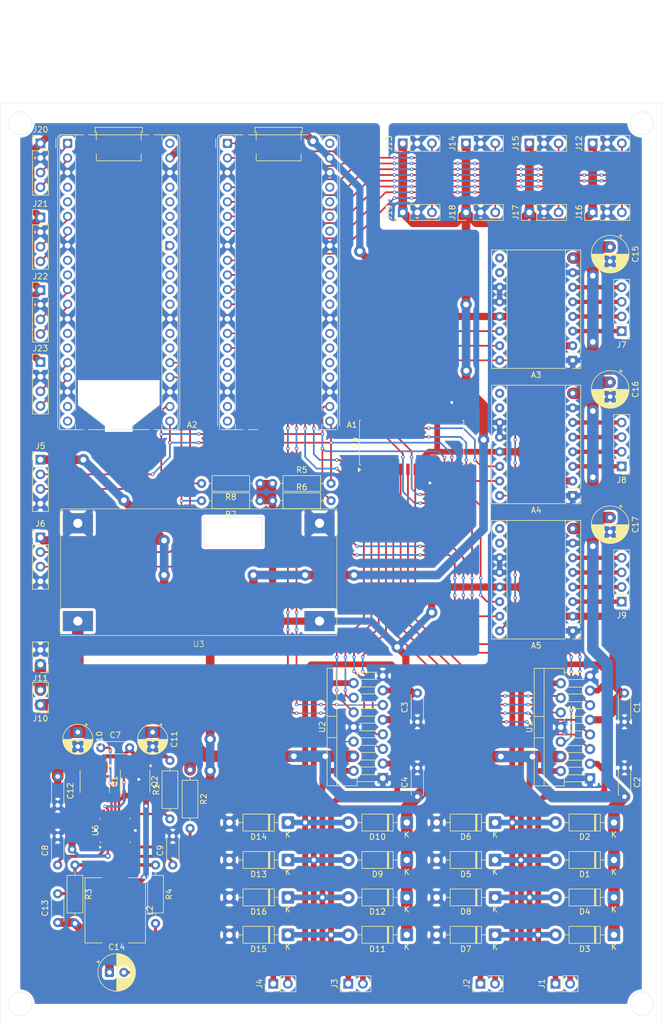
<source format=kicad_pcb>
(kicad_pcb (version 20241229) (generator "pcbnew") (generator_version "9.0")
  (layers (0 "F.Cu" signal) (2 "B.Cu" signal) (13 "F.Paste" user) (15 "B.Paste" user) (5 "F.SilkS" user "F.Silkscreen") (7 "B.SilkS" user "B.Silkscreen") (1 "F.Mask" user) (3 "B.Mask" user) (25 "Edge.Cuts" user))
  (net 0 "")
  (net 3 "I2C 0 SCL")
  (net 4 "Motor 2 Activation Pin")
  (net 5 "GNDPWR")
  (net 7 "Servo 3 PWM")
  (net 8 "Servo 8 PWM")
  (net 10 "Servo 2 PWM")
  (net 13 "+5VL")
  (net 14 "Servo 7 PWM")
  (net 16 "Servo 4 PWM")
  (net 18 "Servo 5 PWM")
  (net 20 "Motor 1 Activation Pin")
  (net 23 "Servo 1 PWM")
  (net 24 "Servo 6 PWM")
  (net 28 "Motor 3 Activation Pin")
  (net 30 "I2C 0 SDA")
  (net 33 "Motor 4 Activation Pin")
  (net 43 "I2C 1 SCL")
  (net 44 "Codeur 1 Pin 2")
  (net 48 "I2C 1 SDA")
  (net 59 "Codeur 1 Pin 1")
  (net 60 "Net-(A3-1A)")
  (net 61 "Net-(A3-1B)")
  (net 62 "Stepper 3 Sleep")
  (net 63 "Net-(A3-2A)")
  (net 64 "Steppers Dir")
  (net 65 "Stepper 3 Step")
  (net 66 "+12V")
  (net 67 "Net-(A3-2B)")
  (net 68 "Codeur 2 Pin 1")
  (net 70 "Net-(A4-1B)")
  (net 71 "Codeur 2 Pin 2")
  (net 72 "Stepper 1 Sleep")
  (net 73 "Net-(A4-2A)")
  (net 74 "Net-(A4-1A)")
  (net 75 "Codeur 3 Pin 2")
  (net 77 "Net-(A4-2B)")
  (net 78 "Stepper 1 Step")
  (net 80 "Codeur 3 Pin 1")
  (net 81 "Stepper 2 Sleep")
  (net 82 "Net-(A5-1B)")
  (net 83 "Net-(A5-1A)")
  (net 84 "Net-(A5-2A)")
  (net 85 "Stepper 2 Step")
  (net 86 "Codeur 4 Pin 1")
  (net 88 "Net-(A5-2B)")
  (net 89 "Net-(U6-SW)")
  (net 90 "Net-(U6-BST)")
  (net 91 "Net-(U6-VCC)")
  (net 92 "Net-(U6-SS)")
  (net 93 "Net-(U6-FB)")
  (net 94 "+5VP")
  (net 95 "Net-(C14-Pad2)")
  (net 96 "Net-(D1-A)")
  (net 97 "Net-(D2-A)")
  (net 98 "Net-(D3-A)")
  (net 99 "Net-(D4-A)")
  (net 100 "Net-(D13-K)")
  (net 101 "Net-(D10-A)")
  (net 102 "Net-(D11-A)")
  (net 103 "Net-(D12-A)")
  (net 104 "Net-(J10-Pin_2)")
  (net 105 "Net-(Q1-G)")
  (net 106 "Net-(Q2-G)")
  (net 107 "Net-(U6-ILIM)")
  (net 108 "Net-(U6-RON)")
  (net 109 "Motor 1 Direction Pin 2")
  (net 110 "Motor 1 Direction Pin 1")
  (net 111 "Motor 2 Direction Pin 2")
  (net 112 "Motor 2 Direction Pin 1")
  (net 113 "Motor 4 Direction Pin 2")
  (net 114 "Motor 3 Direction Pin 1")
  (net 115 "Motor 3 Direction Pin 2")
  (net 116 "Motor 4 Direction Pin 1")
  (net 123 "Codeur 4 Pin 2")
  (footprint "Connector_PinHeader_2.54mm:PinHeader_1x02_P2.54mm_Vertical" (layer "F.Cu") (at 235.5 218 90)
    (property "Reference" "J3")
    (property "Value" "Motor 2 Conn")
  )
  (footprint "Inductor_SMD:L_APV_APH1040" (layer "F.Cu") (at 195 205.25 -90)
    (property "Reference" "L2")
    (property "Value" "1.8uH")
  )
  (footprint "Connector_PinHeader_2.54mm:PinHeader_1x04_P2.54mm_Vertical" (layer "F.Cu") (at 182 97.5)
    (property "Reference" "J22")
    (property "Value" "Motor 3 Encoder")
  )
  (footprint "Connector_PinHeader_2.54mm:PinHeader_1x04_P2.54mm_Vertical" (layer "F.Cu") (at 182 110)
    (property "Reference" "J23")
    (property "Value" "Motor 4 Encoder")
  )
  (footprint "Capacitor_THT:C_Disc_D4.3mm_W1.9mm_P5.00mm" (layer "F.Cu") (at 185 197.3625 90)
    (property "Reference" "C8")
    (property "Value" "2.2uF")
  )
  (footprint "Module:Pololu_Breakout-16_15.2x20.3mm" (layer "F.Cu") (at 274.5 109.7 180)
    (property "Reference" "A3")
    (property "Value" "Pololu_Breakout_A4988")
  )
  (footprint "Package_SO:SOIC-8_3.9x4.9mm_P1.27mm" (layer "F.Cu") (at 198.45 182.8375 -90)
    (property "Reference" "Q2")
    (property "Value" "IRF8714PBF")
  )
  (footprint "Resistor_THT:R_Axial_DIN0207_L6.3mm_D2.5mm_P10.16mm_Horizontal" (layer "F.Cu") (at 208 180.84 -90)
    (property "Reference" "R2")
    (property "Value" "82.5kΩ")
  )
  (footprint "Diode_THT:D_DO-41_SOD81_P10.16mm_Horizontal" (layer "F.Cu") (at 281.66 209.5 180)
    (property "Reference" "D3")
    (property "Value" "1N4007")
  )
  (footprint "Connector_PinHeader_2.54mm:PinHeader_1x03_P2.54mm_Vertical" (layer "F.Cu") (at 277.96 72 90)
    (property "Reference" "J12")
    (property "Value" "Servo 4 Conn")
  )
  (footprint "Diode_THT:D_DO-41_SOD81_P10.16mm_Horizontal" (layer "F.Cu") (at 261 196.5 180)
    (property "Reference" "D5")
    (property "Value" "1N4007")
  )
  (footprint "Connector_PinHeader_2.54mm:PinHeader_1x04_P2.54mm_Vertical" (layer "F.Cu") (at 283 151.62 180)
    (property "Reference" "J9")
    (property "Value" "Stepper 3 Conn")
  )
  (footprint "Diode_THT:D_DO-41_SOD81_P10.16mm_Horizontal" (layer "F.Cu") (at 225 209.5 180)
    (property "Reference" "D15")
    (property "Value" "1N4007")
  )
  (footprint "Connector_PinHeader_2.54mm:PinHeader_1x04_P2.54mm_Vertical" (layer "F.Cu") (at 182 140.46)
    (property "Reference" "J6")
    (property "Value" "I2C 1 Conn")
  )
  (footprint "Module:RaspberryPi_Pico_Common_THT" (layer "F.Cu") (at 186.72 72)
    (property "Reference" "A2")
    (property "Value" "RaspberryPi_Pico_W")
  )
  (footprint "Connector_PinHeader_2.54mm:PinHeader_1x03_P2.54mm_Vertical" (layer "F.Cu") (at 244.96 72 90)
    (property "Reference" "J13")
    (property "Value" "Servo 1 Conn")
  )
  (footprint "Capacitor_THT:C_Disc_D4.3mm_W1.9mm_P5.00mm" (layer "F.Cu") (at 185 207.3625 90)
    (property "Reference" "C13")
    (property "Value" "120pF")
  )
  (footprint "Package_SO:HTSSOP-14-1EP_4.4x5mm_P0.65mm_EP3.4x5mm_Mask3x3.1mm" (layer "F.Cu") (at 195 191.3625 90)
    (property "Reference" "U6")
    (property "Value" "LM3150MH")
  )
  (footprint "Module:Pololu_Breakout-16_15.2x20.3mm" (layer "F.Cu") (at 274.5 133.2 180)
    (property "Reference" "A4")
    (property "Value" "Pololu_Breakout_A4988")
  )
  (footprint "Connector_PinHeader_2.54mm:PinHeader_1x03_P2.54mm_Vertical" (layer "F.Cu") (at 255.96 72 90)
    (property "Reference" "J14")
    (property "Value" "Servo 2 Conn")
  )
  (footprint "Connector_PinHeader_2.54mm:PinHeader_1x02_P2.54mm_Vertical" (layer "F.Cu") (at 258.46 218 90)
    (property "Reference" "J2")
    (property "Value" "Motor 1 Conn")
  )
  (footprint "Connector_PinHeader_2.54mm:PinHeader_1x02_P2.54mm_Vertical" (layer "F.Cu") (at 271.5 218 90)
    (property "Reference" "J1")
    (property "Value" "Motor 0 Conn")
  )
  (footprint "Capacitor_THT:C_Disc_D4.3mm_W1.9mm_P5.00mm" (layer "F.Cu") (at 283.5 180.5 -90)
    (property "Reference" "C2")
    (property "Value" "100nF")
  )
  (footprint "Diode_THT:D_DO-41_SOD81_P10.16mm_Horizontal" (layer "F.Cu") (at 261 203 180)
    (property "Reference" "D8")
    (property "Value" "1N4007")
  )
  (footprint "Capacitor_THT:CP_Radial_D6.3mm_P2.50mm" (layer "F.Cu") (at 281 137 -90)
    (property "Reference" "C17")
    (property "Value" "100uF")
  )
  (footprint "Capacitor_THT:CP_Radial_D6.3mm_P2.50mm" (layer "F.Cu") (at 281 113.5 -90)
    (property "Reference" "C16")
    (property "Value" "100uF")
  )
  (footprint "Diode_THT:D_DO-41_SOD81_P10.16mm_Horizontal" (layer "F.Cu") (at 245.66 203 180)
    (property "Reference" "D12")
    (property "Value" "1N4007")
  )
  (footprint "Diode_THT:D_DO-41_SOD81_P10.16mm_Horizontal" (layer "F.Cu") (at 261 209.5 180)
    (property "Reference" "D7")
    (property "Value" "1N4007")
  )
  (footprint "LM2596S-Module:LM2596S-Module" (layer "F.Cu") (at 209.5 146.5)
    (property "Reference" "U3")
    (property "Value" "~")
    (fp_rect (start 1 -9.5) (end 11 -4.5) (stroke (width 0.05)) (fill no) (layer "Edge.Cuts"))
  )
  (footprint "Diode_THT:D_DO-41_SOD81_P10.16mm_Horizontal" (layer "F.Cu") (at 281.66 190 180)
    (property "Reference" "D2")
    (property "Value" "1N4007")
  )
  (footprint "Package_SO:SOIC-8_3.9x4.9mm_P1.27mm" (layer "F.Cu") (at 191.45 182.8375 -90)
    (property "Reference" "Q1")
    (property "Value" "IRF8714PBF")
  )
  (footprint "Capacitor_THT:CP_Radial_D6.3mm_P2.50mm" (layer "F.Cu") (at 281 90 -90)
    (property "Reference" "C15")
    (property "Value" "100uF")
  )
  (footprint "Connector_PinHeader_2.54mm:PinHeader_1x03_P2.54mm_Vertical" (layer "F.Cu") (at 255.96 84 90)
    (property "Reference" "J18")
    (property "Value" "Servo 7 Conn")
  )
  (footprint "Connector_PinHeader_2.54mm:PinHeader_1x03_P2.54mm_Vertical" (layer "F.Cu") (at 277.96 84 90)
    (property "Reference" "J16")
    (property "Value" "Servo 5 Conn")
  )
  (footprint "Capacitor_THT:CP_Radial_D5.0mm_P2.50mm" (layer "F.Cu") (at 201.5 174.294888 -90)
    (property "Reference" "C11")
    (property "Value" "10uF")
  )
  (footprint "Capacitor_THT:C_Disc_D4.3mm_W1.9mm_P5.00mm" (layer "F.Cu") (at 247.5 172.5 90)
    (property "Reference" "C3")
    (property "Value" "100nF")
  )
  (footprint "Module:RaspberryPi_Pico_Common_THT" (layer "F.Cu") (at 214.5 72)
    (property "Reference" "A1")
    (property "Value" "RaspberryPi_Pico")
  )
  (footprint "Diode_THT:D_DO-41_SOD81_P10.16mm_Horizontal" (layer "F.Cu") (at 245.66 190 180)
    (property "Reference" "D10")
    (property "Value" "1N4007")
  )
  (footprint "Connector_PinHeader_2.54mm:PinHeader_1x03_P2.54mm_Vertical" (layer "F.Cu") (at 266.96 72 90)
    (property "Reference" "J15")
    (property "Value" "Servo 3 Conn")
  )
  (footprint "Resistor_THT:R_Axial_DIN0207_L6.3mm_D2.5mm_P10.16mm_Horizontal" (layer "F.Cu") (at 222.34 131.09)
    (property "Reference" "R5")
    (property "Value" "4.7kΩ")
  )
  (footprint "Connector_PinHeader_2.54mm:PinHeader_1x02_P2.54mm_Vertical" (layer "F.Cu") (at 182 162.54 180)
    (property "Reference" "J11")
    (property "Value" "BAU")
  )
  (footprint "Diode_THT:D_DO-41_SOD81_P10.16mm_Horizontal" (layer "F.Cu") (at 225 203 180)
    (property "Reference" "D16")
    (property "Value" "1N4007")
  )
  (footprint "Capacitor_THT:C_Disc_D4.3mm_W1.9mm_P5.00mm" (layer "F.Cu") (at 185 182 -90)
    (property "Reference" "C12")
    (property "Value" "100nF")
  )
  (footprint "Capacitor_THT:C_Disc_D4.3mm_W1.9mm_P5.00mm" (layer "F.Cu") (at 283.5 167.5 -90)
    (property "Reference" "C1")
    (property "Value" "100nF")
  )
  (footprint "Package_SO:SOIC-28W_7.5x17.9mm_P1.27mm" (layer "F.Cu") (at 246.5 124 90)
    (property "Reference" "U4")
    (property "Value" "MCP23017_SO")
  )
  (footprint "Connector_PinHeader_2.54mm:PinHeader_1x04_P2.54mm_Vertical" (layer "F.Cu") (at 182 72)
    (property "Reference" "J20")
    (property "Value" "Motor 1 Encoder")
  )
  (footprint "Diode_THT:D_DO-41_SOD81_P10.16mm_Horizontal" (layer "F.Cu") (at 281.66 203 180)
    (property "Reference" "D4")
    (property "Value" "1N4007")
  )
  (footprint "Module:Pololu_Breakout-16_15.2x20.3mm" (layer "F.Cu") (at 274.5 156.7 180)
    (property "Reference" "A5")
    (property "Value" "Pololu_Breakout_A4988")
  )
  (footprint "Connector_PinHeader_2.54mm:PinHeader_1x03_P2.54mm_Vertical" (layer "F.Cu") (at 266.96 84 90)
    (property "Reference" "J17")
    (property "Value" "Servo 6 Conn")
  )
  (footprint "Capacitor_THT:C_Disc_D4.3mm_W1.9mm_P5.00mm" (layer "F.Cu") (at 192.5 177)
    (property "Reference" "C7")
    (property "Value" "470nF")
  )
  (footprint "Diode_THT:D_DO-41_SOD81_P10.16mm_Horizontal" (layer "F.Cu") (at 281.66 196.5 180)
    (property "Reference" "D1")
    (property "Value" "1N4007")
  )
  (footprint "Resistor_THT:R_Axial_DIN0207_L6.3mm_D2.5mm_P10.16mm_Horizontal" (layer "F.Cu") (at 222.34 134.09)
    (property "Reference" "R6")
    (property "Value" "4.7kΩ")
  )
  (footprint "Diode_THT:D_DO-41_SOD81_P10.16mm_Horizontal" (layer "F.Cu") (at 245.66 196.5 180)
    (property "Reference" "D9")
    (property "Value" "1N4007")
  )
  (footprint "Resistor_THT:R_Axial_DIN0207_L6.3mm_D2.5mm_P10.16mm_Horizontal" (layer "F.Cu") (at 220.16 134.09 180)
    (property "Reference" "R7")
    (property "Value" "4.7kΩ")
  )
  (footprint "Resistor_THT:R_Axial_DIN0207_L6.3mm_D2.5mm_P10.16mm_Horizontal" (layer "F.Cu") (at 202 197.3625 -90)
    (property "Reference" "R4")
    (property "Value" "10kΩ")
  )
  (footprint "Capacitor_THT:CP_Radial_D6.3mm_P2.50mm" (layer "F.Cu") (at 194 216.0225)
    (property "Reference" "C14")
    (property "Value" "120uF")
  )
  (footprint "Package_TO_SOT_THT:TO-220-15_P2.54x5.08mm_StaggerOdd_Lead4.58mm_Vertical" (layer "F.Cu") (at 277.5 182.31 90)
    (property "Reference" "U1")
    (property "Value" "L298HN")
  )
  (footprint "Capacitor_THT:C_Disc_D4.3mm_W1.9mm_P5.00mm" (layer "F.Cu") (at 247.5 185.5 90)
    (property "Reference" "C4")
    (property "Value" "100nF")
  )
  (footprint "Resistor_THT:R_Axial_DIN0207_L6.3mm_D2.5mm_P10.16mm_Horizontal" (layer "F.Cu") (at 188 197.3625 -90)
    (property "Reference" "R3")
    (property "Value" "73.2kΩ")
  )
  (footprint "Capacitor_THT:C_Disc_D4.3mm_W1.9mm_P5.00mm" (layer "F.Cu") (at 205 197.3625 90)
    (property "Reference" "C9")
    (property "Value" "15nF")
  )
  (footprint "Connector_PinHeader_2.54mm:PinHeader_1x04_P2.54mm_Vertical" (layer "F.Cu") (at 182 126.96)
    (property "Reference" "J5")
    (property "Value" "I2C 0 Conn")
  )
  (footprint "Diode_THT:D_DO-41_SOD81_P10.16mm_Horizontal" (layer "F.Cu") (at 245.66 209.5 180)
    (property "Reference" "D11")
    (property "Value" "1N4007")
  )
  (footprint "Resistor_THT:R_Axial_DIN0207_L6.3mm_D2.5mm_P10.16mm_Horizontal" (layer "F.Cu") (at 220.16 131.09 180)
    (property "Reference" "R8")
    (property "Value" "4.7kΩ")
  )
  (footprint "Connector_PinHeader_2.54mm:PinHeader_1x04_P2.54mm_Vertical" (layer "F.Cu") (at 182 84.88)
    (property "Reference" "J21")
    (property "Value" "Motor 2 Encoder")
  )
  (footprint "Connector_PinHeader_2.54mm:PinHeader_1x03_P2.54mm_Vertical" (layer "F.Cu") (at 244.96 84 90)
    (property "Reference" "J19")
    (property "Value" "Servo 8 Conn")
  )
  (footprint "Package_TO_SOT_THT:TO-220-15_P2.54x5.08mm_StaggerOdd_Lead4.58mm_Vertical" (layer "F.Cu") (at 241.5 182.28 90)
    (property "Reference" "U2")
    (property "Value" "L298HN")
  )
  (footprint "Diode_THT:D_DO-41_SOD81_P10.16mm_Horizontal" (layer "F.Cu") (at 261 190 180)
    (property "Reference" "D6")
    (property "Value" "1N4007")
  )
  (footprint "Connector_PinHeader_2.54mm:PinHeader_1x04_P2.54mm_Vertical" (layer "F.Cu") (at 283 128.12 180)
    (property "Reference" "J8")
    (property "Value" "Stepper 2 Conn")
  )
  (footprint "Diode_THT:D_DO-41_SOD81_P10.16mm_Horizontal" (layer "F.Cu") (at 225 190 180)
    (property "Reference" "D14")
    (property "Value" "1N4007")
  )
  (footprint "Connector_PinHeader_2.54mm:PinHeader_1x02_P2.54mm_Vertical" (layer "F.Cu") (at 222.46 218 90)
    (property "Reference" "J4")
    (property "Value" "Motor 3 Conn")
  )
  (footprint "Connector_PinHeader_2.54mm:PinHeader_1x04_P2.54mm_Vertical" (layer "F.Cu") (at 283 104.62 180)
    (property "Reference" "J7")
    (property "Value" "Stepper 1 Conn")
  )
  (footprint "Capacitor_THT:CP_Radial_D5.0mm_P2.50mm" (layer "F.Cu") (at 188.5 174.294888 -90)
    (property "Reference" "C10")
    (property "Value" "10uF")
  )
  (footprint "Diode_THT:D_DO-41_SOD81_P10.16mm_Horizontal" (layer "F.Cu") (at 225 196.5 180)
    (property "Reference" "D13")
    (property "Value" "1N4007")
  )
  (footprint "Resistor_THT:R_Axial_DIN0207_L6.3mm_D2.5mm_P10.16mm_Horizontal" (layer "F.Cu") (at 204.5 189.3625 90)
    (property "Reference" "R1")
    (property "Value" "665Ω")
  )
  (footprint "Connector_PinHeader_2.54mm:PinHeader_1x02_P2.54mm_Vertical" (layer "F.Cu") (at 182 169.54 180)
    (property "Reference" "J10")
    (property "Value" "12V Battery")
  )
  (gr_arc (start 259 85.25) (mid 259.707107 85.542893) (end 260 86.25) (stroke (width 0.5)) (layer "B.Cu") (net 5))
  (gr_arc (start 260 161.75) (mid 259.707107 162.457107) (end 259 162.75) (stroke (width 0.5)) (layer "B.Cu") (net 5))
  (gr_arc (start 189.75 162.75) (mid 188.75 161.75) (end 189.75 160.75) (stroke (width 0.5)) (layer "B.Cu") (net 5))
  (gr_arc (start 241.75 87.25) (mid 241.042893 86.957107) (end 240.75 86.25) (stroke (width 0.5)) (layer "B.Cu") (net 5))
  (gr_circle (center 178.5 221.5) (end 180.5 221.5) (stroke (width 0.05)) (fill no) (layer "Edge.Cuts"))
  (gr_circle (center 178.5 68.5) (end 180.5 68.5) (stroke (width 0.05)) (fill no) (layer "Edge.Cuts"))
  (gr_circle (center 286.5 68.5) (end 288.5 68.5) (stroke (width 0.05)) (fill no) (layer "Edge.Cuts"))
  (gr_rect (start 175 65) (end 290 225) (stroke (width 0.05)) (fill no) (layer "Edge.Cuts"))
  (gr_circle (center 286.5 221.5) (end 288.5 221.5) (stroke (width 0.05)) (fill no) (layer "Edge.Cuts"))
  (segment (start 203 131) (end 201.96 132.04) (width 0.3) (layer "F.Cu") (net 3))
  (segment (start 252.215 128.65) (end 252.215 126.58) (width 0.3) (layer "F.Cu") (net 3))
  (segment (start 231 122.5) (end 231 118) (width 0.3) (layer "F.Cu") (net 3))
  (segment (start 203.78 117.72) (end 204.5 117.72) (width 0.3) (layer "F.Cu") (net 3))
  (segment (start 231 132.59) (end 232.5 134.09) (width 0.3) (layer "F.Cu") (net 3))
  (segment (start 231.28 117.72) (end 232.28 117.72) (width 0.3) (layer "F.Cu") (net 3))
  (segment (start 203 118.5) (end 203.78 117.72) (width 0.3) (layer "F.Cu") (net 3))
  (segment (start 231 118) (end 231.28 117.72) (width 0.3) (layer "F.Cu") (net 3))
  (segment (start 231 125) (end 231 132.59) (width 0.3) (layer "F.Cu") (net 3))
  (segment (start 203 122.5) (end 203 131) (width 0.3) (layer "F.Cu") (net 3))
  (segment (start 201.96 132.04) (end 182 132.04) (width 0.3) (layer "F.Cu") (net 3))
  (segment (start 203 122.5) (end 203 118.5) (width 0.3) (layer "F.Cu") (net 3))
  (segment (start 209.5 122.5) (end 231 122.5) (width 0.3) (layer "F.Cu") (net 3))
  (via (at 209.5 122.5) (size 0.6) (drill 0.3) (layers "F.Cu" "B.Cu") (net 3))
  (via (at 203 122.5) (size 0.6) (drill 0.3) (layers "F.Cu" "B.Cu") (net 3))
  (via (at 231 122.5) (size 0.6) (drill 0.3) (layers "F.Cu" "B.Cu") (net 3))
  (via (at 252.215 126.58) (size 0.6) (drill 0.3) (layers "F.Cu" "B.Cu") (net 3))
  (via (at 231 125) (size 0.6) (drill 0.3) (layers "F.Cu" "B.Cu") (net 3))
  (segment (start 203 122.5) (end 209.5 122.5) (width 0.3) (layer "B.Cu") (net 3))
  (segment (start 231.5 125.5) (end 231 125) (width 0.3) (layer "B.Cu") (net 3))
  (segment (start 252.215 126.58) (end 251.135 125.5) (width 0.3) (layer "B.Cu") (net 3))
  (segment (start 251.135 125.5) (end 231.5 125.5) (width 0.3) (layer "B.Cu") (net 3))
  (segment (start 231 125) (end 231 122.5) (width 0.3) (layer "B.Cu") (net 3))
  (segment (start 229.5 99.5) (end 227.4 97.4) (width 0.3) (layer "F.Cu") (net 4))
  (segment (start 236 129) (end 234 127) (width 0.3) (layer "F.Cu") (net 4))
  (segment (start 255.5 147.5) (end 255.5 144) (width 0.3) (layer "F.Cu") (net 4))
  (segment (start 229.5 121.5) (end 229.5 99.5) (width 0.3) (layer "F.Cu") (net 4))
  (segment (start 275.75 161.25) (end 275.75 160.75) (width 0.3) (layer "F.Cu") (net 4))
  (segment (start 255.5 144) (end 253.5 142) (width 0.3) (layer "F.Cu") (net 4))
  (segment (start 255.5 158) (end 255.5 150.5) (width 0.3) (layer "F.Cu") (net 4))
  (segment (start 275.75 160.75) (end 274 159) (width 0.3) (layer "F.Cu") (net 4))
  (segment (start 236 141) (end 236 129) (width 0.3) (layer "F.Cu") (net 4))
  (segment (start 237 142) (end 236 141) (width 0.3) (layer "F.Cu") (net 4))
  (segment (start 274 159) (end 256.5 159) (width 0.3) (layer "F.Cu") (net 4))
  (segment (start 253.5 142) (end 248 142) (width 0.3) (layer "F.Cu") (net 4))
  (segment (start 256.5 159) (end 255.5 158) (width 0.3) (layer "F.Cu") (net 4))
  (segment (start 275.75 163.75) (end 275.75 167.86) (width 0.3) (layer "F.Cu") (net 4))
  (segment (start 275.75 167.86) (end 277.5 169.61) (width 0.3) (layer "F.Cu") (net 4))
  (segment (start 227.4 97.4) (end 214.5 97.4) (width 0.3) (layer "F.Cu") (net 4))
  (segment (start 234 127) (end 233.5 127) (width 0.3) (layer "F.Cu") (net 4))
  (via (at 233.5 127) (size 0.6) (drill 0.3) (layers "F.Cu" "B.Cu") (net 4))
  (via (at 229.5 121.5) (size 0.6) (drill 0.3) (layers "F.Cu" "B.Cu") (net 4))
  (via (at 255.5 147.5) (size 0.6) (drill 0.3) (layers "F.Cu" "B.Cu") (net 4))
  (via (at 275.75 161.25) (size 0.6) (drill 0.3) (layers "F.Cu" "B.Cu") (net 4))
  (via (at 275.75 163.75) (size 0.6) (drill 0.3) (layers "F.Cu" "B.Cu") (net 4))
  (via (at 237 142) (size 0.6) (drill 0.3) (layers "F.Cu" "B.Cu") (net 4))
  (via (at 248 142) (size 0.6) (drill 0.3) (layers "F.Cu" "B.Cu") (net 4))
  (via (at 255.5 150.5) (size 0.6) (drill 0.3) (layers "F.Cu" "B.Cu") (net 4))
  (segment (start 230.5 127) (end 233.5 127) (width 0.3) (layer "B.Cu") (net 4))
  (segment (start 255.5 150.5) (end 255.5 147.5) (width 0.3) (layer "B.Cu") (net 4))
  (segment (start 229.5 126) (end 230.5 127) (width 0.3) (layer "B.Cu") (net 4))
  (segment (start 275.75 161.25) (end 275.75 163.75) (width 0.3) (layer "B.Cu") (net 4))
  (segment (start 229.5 121.5) (end 229.5 126) (width 0.3) (layer "B.Cu") (net 4))
  (segment (start 237 142) (end 248 142) (width 0.3) (layer "B.Cu") (net 4))
  (segment (start 195.65 192.0125) (end 195 191.3625) (width 0.5) (layer "F.Cu") (net 5))
  (segment (start 199.085 180.3625) (end 197.815 180.3625) (width 1) (layer "F.Cu") (net 5))
  (segment (start 196.3 190.0625) (end 195 191.3625) (width 0.5) (layer "F.Cu") (net 5))
  (segment (start 195 191.3625) (end 194.3625 191.3625) (width 0.5) (layer "F.Cu") (net 5))
  (segment (start 193.05 190.05) (end 193.05 188.5) (width 0.5) (layer "F.Cu") (net 5))
  (segment (start 195 191.3625) (end 191.6375 191.3625) (width 1) (layer "F.Cu") (net 5))
  (segment (start 196.3 188.5) (end 196.3 190.0625) (width 0.5) (layer "F.Cu") (net 5))
  (segment (start 200.355 180.3625) (end 199.085 180.3625) (width 1) (layer "F.Cu") (net 5))
  (segment (start 249.675 128.65) (end 249.675 131) (width 1) (layer "F.Cu") (net 5))
  (segment (start 195.65 194.225) (end 195.65 192.0125) (width 0.5) (layer "F.Cu") (net 5))
  (segment (start 253.485 119.35) (end 252.215 119.35) (width 0.6) (layer "F.Cu") (net 5))
  (segment (start 254.755 119.35) (end 253.485 119.35) (width 0.6) (layer "F.Cu") (net 5))
  (segment (start 195 191.3625) (end 198.5 191.3625) (width 1) (layer "F.Cu") (net 5))
  (segment (start 194.3625 191.3625) (end 193.05 190.05) (width 0.5) (layer "F.Cu") (net 5))
  (segment (start 253.485 119.35) (end 253.485 117.015) (width 0.6) (layer "F.Cu") (net 5))
  (segment (start 199.085 182.5) (end 199.085 180.3625) (width 1) (layer "F.Cu") (net 5))
  (via (at 198.5 191.3625) (size 1) (drill 0.5) (layers "F.Cu" "B.Cu") (net 5))
  (via (at 191.6375 191.3625) (size 1) (drill 0.5) (layers "F.Cu" "B.Cu") (net 5))
  (via (at 199.085 182.5) (size 1) (drill 0.5) (layers "F.Cu" "B.Cu") (net 5))
  (via (at 253.485 117.015) (size 1) (drill 0.5) (layers "F.Cu" "B.Cu") (net 5))
  (via (at 249.675 131) (size 1) (drill 0.5) (layers "F.Cu" "B.Cu") (net 5))
  (segment (start 222.616 79.62) (end 214.5 79.62) (width 0.3) (layer "F.Cu") (net 7))
  (segment (start 243.5 76.5) (end 236 76.5) (width 0.3) (layer "F.Cu") (net 7))
  (segment (start 265.5 76.5) (end 257.5 76.5) (width 0.3) (layer "F.Cu") (net 7))
  (segment (start 224 78.236) (end 222.616 79.62) (width 0.3) (layer "F.Cu") (net 7))
  (segment (start 272.04 75.46) (end 271 76.5) (width 0.3) (layer "F.Cu") (net 7))
  (segment (start 234.264 78.236) (end 224 78.236) (width 0.3) (layer "F.Cu") (net 7))
  (segment (start 254.5 76.5) (end 246.5 76.5) (width 0.3) (layer "F.Cu") (net 7))
  (segment (start 271 76.5) (end 268.5 76.5) (width 0.3) (layer "F.Cu") (net 7))
  (segment (start 272.04 72) (end 272.04 75.46) (width 0.3) (layer "F.Cu") (net 7))
  (segment (start 236 76.5) (end 234.264 78.236) (width 0.3) (layer "F.Cu") (net 7))
  (via (at 254.5 76.5) (size 0.6) (drill 0.3) (layers "F.Cu" "B.Cu") (net 7))
  (via (at 268.5 76.5) (size 0.6) (drill 0.3) (layers "F.Cu" "B.Cu") (net 7))
  (via (at 257.5 76.5) (size 0.6) (drill 0.3) (layers "F.Cu" "B.Cu") (net 7))
  (via (at 243.5 76.5) (size 0.6) (drill 0.3) (layers "F.Cu" "B.Cu") (net 7))
  (via (at 265.5 76.5) (size 0.6) (drill 0.3) (layers "F.Cu" "B.Cu") (net 7))
  (via (at 246.5 76.5) (size 0.6) (drill 0.3) (layers "F.Cu" "B.Cu") (net 7))
  (segment (start 246.5 76.5) (end 243.5 76.5) (width 0.3) (layer "B.Cu") (net 7))
  (segment (start 268.5 76.5) (end 265.5 76.5) (width 0.3) (layer "B.Cu") (net 7))
  (segment (start 257.5 76.5) (end 254.5 76.5) (width 0.3) (layer "B.Cu") (net 7))
  (segment (start 250.04 82.54) (end 250.04 84) (width 0.3) (layer "F.Cu") (net 8))
  (segment (start 233.831 91.169) (end 224 91.169) (width 0.3) (layer "F.Cu") (net 8))
  (segment (start 246.5 81.5) (end 249 81.5) (width 0.3) (layer "F.Cu") (net 8))
  (segment (start 220.309 94.86) (end 214.5 94.86) (width 0.3) (layer "F.Cu") (net 8))
  (segment (start 224 91.169) (end 220.309 94.86) (width 0.3) (layer "F.Cu") (net 8))
  (segment (start 249 81.5) (end 250.04 82.54) (width 0.3) (layer "F.Cu") (net 8))
  (segment (start 243.5 81.5) (end 233.831 91.169) (width 0.3) (layer "F.Cu") (net 8))
  (via (at 246.5 81.5) (size 0.6) (drill 0.3) (layers "F.Cu" "B.Cu") (net 8))
  (via (at 243.5 81.5) (size 0.6) (drill 0.3) (layers "F.Cu" "B.Cu") (net 8))
  (segment (start 246.5 81.5) (end 243.5 81.5) (width 0.3) (layer "B.Cu") (net 8))
  (segment (start 234.5 75.5) (end 234.076 75.924) (width 0.3) (layer "F.Cu") (net 10))
  (segment (start 243.5 75.5) (end 234.5 75.5) (width 0.3) (layer "F.Cu") (net 10))
  (segment (start 222.54 74.54) (end 214.5 74.54) (width 0.3) (layer "F.Cu") (net 10))
  (segment (start 254.5 75.5) (end 246.5 75.5) (width 0.3) (layer "F.Cu") (net 10))
  (segment (start 260 75.5) (end 261.04 74.46) (width 0.3) (layer "F.Cu") (net 10))
  (segment (start 223.924 75.924) (end 222.54 74.54) (width 0.3) (layer "F.Cu") (net 10))
  (segment (start 261.04 74.46) (end 261.04 72) (width 0.3) (layer "F.Cu") (net 10))
  (segment (start 257.5 75.5) (end 260 75.5) (width 0.3) (layer "F.Cu") (net 10))
  (segment (start 234.076 75.924) (end 223.924 75.924) (width 0.3) (layer "F.Cu") (net 10))
  (via (at 254.5 75.5) (size 0.6) (drill 0.3) (layers "F.Cu" "B.Cu") (net 10))
  (via (at 243.5 75.5) (size 0.6) (drill 0.3) (layers "F.Cu" "B.Cu") (net 10))
  (via (at 257.5 75.5) (size 0.6) (drill 0.3) (layers "F.Cu" "B.Cu") (net 10))
  (via (at 246.5 75.5) (size 0.6) (drill 0.3) (layers "F.Cu" "B.Cu") (net 10))
  (segment (start 246.5 75.5) (end 243.5 75.5) (width 0.3) (layer "B.Cu") (net 10))
  (segment (start 257.5 75.5) (end 254.5 75.5) (width 0.3) (layer "B.Cu") (net 10))
  (segment (start 180.324 73.676) (end 180.324 83.204) (width 1.25) (layer "F.Cu") (net 13))
  (segment (start 180.324 86.556) (end 180.324 95.824) (width 1.25) (layer "F.Cu") (net 13))
  (segment (start 250 152) (end 252.92 149.08) (width 1.25) (layer "F.Cu") (net 13))
  (segment (start 245.5 166.28) (end 246.72 167.5) (width 1.25) (layer "F.Cu") (net 13))
  (segment (start 265.08 149.08) (end 270.16 144) (width 1.25) (layer "F.Cu") (net 13))
  (segment (start 222.34 134.09) (end 222.34 131.09) (width 1.25) (layer "F.Cu") (net 13))
  (segment (start 274.5 130.66) (end 270.16 130.66) (width 1.25) (layer "F.Cu") (net 13))
  (segment (start 245.5 171) (end 244.38 172.12) (width 1.25) (layer "F.Cu") (net 13))
  (segment (start 270.16 154.16) (end 265.08 149.08) (width 1.25) (layer "F.Cu") (net 13))
  (segment (start 244.38 172.12) (end 241.5 172.12) (width 1.25) (layer "F.Cu") (net 13))
  (segment (start 280.2 172.15) (end 281.5 170.85) (width 1.25) (layer "F.Cu") (net 13))
  (segment (start 222.34 131.09) (end 222.34 131.91) (width 1.25) (layer "F.Cu") (net 13))
  (segment (start 250.945 119.35) (end 250.945 125.58) (width 1) (layer "F.Cu") (net 13))
  (segment (start 261.8 102.08) (end 265.08 102.08) (width 1.25) (layer "F.Cu") (net 13))
  (segment (start 283 167.5) (end 283.5 167.5) (width 1.25) (layer "F.Cu") (net 13))
  (segment (start 182 84.88) (end 180.324 86.556) (width 1.25) (layer "F.Cu") (net 13))
  (segment (start 270.16 120.5) (end 265.08 125.58) (width 1.25) (layer "F.Cu") (net 13))
  (segment (start 220.16 134.09) (end 220.16 131.09) (width 1.25) (layer "F.Cu") (net 13))
  (segment (start 230.5 155) (end 223 155) (width 1.25) (layer "F.Cu") (net 13))
  (segment (start 227.74 70) (end 209.04 70) (width 1.25) (layer "F.Cu") (net 13))
  (segment (start 270.16 130.66) (end 265.08 125.58) (width 1.25) (layer "F.Cu") (net 13))
  (segment (start 265.08 149.08) (end 261.8 149.08) (width 1.25) (layer "F.Cu") (net 13))
  (segment (start 274.5 154.16) (end 280.16 154.16) (width 1.25) (layer "F.Cu") (net 13))
  (segment (start 245.5 168.72) (end 245.5 171) (width 1.25) (layer "F.Cu") (net 13))
  (segment (start 180.324 83.204) (end 182 84.88) (width 1.25) (layer "F.Cu") (net 13))
  (segment (start 252.92 149.08) (end 261.8 149.08) (width 1.25) (layer "F.Cu") (net 13))
  (segment (start 245.5 161) (end 245.5 166.28) (width 1.25) (layer "F.Cu") (net 13))
  (segment (start 229.37 71.63) (end 227.74 70) (width 1.25) (layer "F.Cu") (net 13))
  (segment (start 222.34 134.09) (end 220.16 134.09) (width 1.25) (layer "F.Cu") (net 13))
  (segment (start 248.83 102.08) (end 261.8 102.08) (width 1.25) (layer "F.Cu") (net 13))
  (segment (start 277.34 172.15) (end 280.2 172.15) (width 1.25) (layer "F.Cu") (net 13))
  (segment (start 270.16 130.66) (end 270.16 144) (width 1.25) (layer "F.Cu") (net 13))
  (segment (start 249.515 125.58) (end 248.405 126.69) (width 1) (layer "F.Cu") (net 13))
  (segment (start 180.324 95.824) (end 182 97.5) (width 1.25) (layer "F.Cu") (net 13))
  (segment (start 248.405 126.69) (end 248.405 128.65) (width 1) (layer "F.Cu") (net 13))
  (segment (start 209.04 70) (end 184 70) (width 1.25) (layer "F.Cu") (net 13))
  (segment (start 281.5 166) (end 283 167.5) (width 1.25) (layer "F.Cu") (net 13))
  (segment (start 265.08 125.58) (end 261.8 125.58) (width 1.25) (layer "F.Cu") (net 13))
  (segment (start 184 70) (end 182 72) (width 1.25) (layer "F.Cu") (net 13))
  (segment (start 250 153.5) (end 250 152) (width 1.25) (layer "F.Cu") (net 13))
  (segment (start 280.16 154.16) (end 281.5 155.5) (width 1.25) (layer "F.Cu") (net 13))
  (segment (start 246.72 167.5) (end 245.5 168.72) (width 1.25) (layer "F.Cu") (net 13))
  (segment (start 270.16 107.16) (end 270.16 120.5) (width 1.25) (layer "F.Cu") (net 13))
  (segment (start 220.16 131.09) (end 222.34 131.09) (width 1.25) (layer "F.Cu") (net 13))
  (segment (start 270.16 107.16) (end 274.5 107.16) (width 1.25) (layer "F.Cu") (net 13))
  (segment (start 223 155) (end 222.34 154.34) (width 1.25) (layer "F.Cu") (net 13))
  (segment (start 222.34 131.91) (end 220.16 134.09) (width 1.25) (layer "F.Cu") (net 13))
  (segment (start 182 72) (end 180.324 73.676) (width 1.25) (layer "F.Cu") (net 13))
  (segment (start 222.34 133.27) (end 220.16 131.09) (width 1.25) (layer "F.Cu") (net 13))
  (segment (start 261.8 125.58) (end 249.515 125.58) (width 1) (layer "F.Cu") (net 13))
  (segment (start 237.5 90.75) (end 248.83 102.08) (width 1.25) (layer "F.Cu") (net 13))
  (segment (start 222.34 134.09) (end 222.34 133.27) (width 1.25) (layer "F.Cu") (net 13))
  (segment (start 274.5 154.16) (end 270.16 154.16) (width 1.25) (layer "F.Cu") (net 13))
  (segment (start 281.5 170.85) (end 281.5 169) (width 1.25) (layer "F.Cu") (net 13))
  (segment (start 281.5 155.5) (end 281.5 166) (width 1.25) (layer "F.Cu") (net 13))
  (segment (start 209.04 70) (end 204.5 74.54) (width 1.25) (layer "F.Cu") (net 13))
  (segment (start 222.34 154.34) (end 222.34 134.09) (width 1.25) (layer "F.Cu") (net 13))
  (segment (start 246.72 167.5) (end 247.5 167.5) (width 1.25) (layer "F.Cu") (net 13))
  (segment (start 244 159.5) (end 245.5 161) (width 1.25) (layer "F.Cu") (net 13))
  (segment (start 180.324 108.324) (end 182 110) (width 1.25) (layer "F.Cu") (net 13))
  (segment (start 182 97.5) (end 180.324 99.176) (width 1.25) (layer "F.Cu") (net 13))
  (segment (start 265.08 102.08) (end 270.16 107.16) (width 1.25) (layer "F.Cu") (net 13))
  (segment (start 180.324 99.176) (end 180.324 108.324) (width 1.25) (layer "F.Cu") (net 13))
  (segment (start 281.5 169) (end 283 167.5) (width 1.25) (layer "F.Cu") (net 13))
  (via (at 229.37 71.63) (size 2) (drill 1) (layers "F.Cu" "B.Cu") (net 13))
  (via (at 237.5 90.75) (size 2) (drill 1) (layers "F.Cu" "B.Cu") (net 13))
  (via (at 244 159.5) (size 2) (drill 1) (layers "F.Cu" "B.Cu") (net 13))
  (via (at 250 153.5) (size 2) (drill 1) (layers "F.Cu" "B.Cu") (net 13))
  (segment (start 237.5 79.76) (end 232.28 74.54) (width 1.25) (layer "B.Cu") (net 13))
  (segment (start 237.5 90.75) (end 237.5 79.76) (width 1.25) (layer "B.Cu") (net 13))
  (segment (start 244 159.5) (end 239.5 155) (width 1.25) (layer "B.Cu") (net 13))
  (segment (start 229.37 71.63) (end 232.28 74.54) (width 1.25) (layer "B.Cu") (net 13))
  (segment (start 250 153.5) (end 244 159.5) (width 1.25) (layer "B.Cu") (net 13))
  (segment (start 239.5 155) (end 230.5 155) (width 1.25) (layer "B.Cu") (net 13))
  (segment (start 220.18 92.32) (end 214.5 92.32) (width 0.3) (layer "F.Cu") (net 14))
  (segment (start 234 88.5) (end 224 88.5) (width 0.3) (layer "F.Cu") (net 14))
  (segment (start 261.04 81.54) (end 261.04 84) (width 0.3) (layer "F.Cu") (net 14))
  (segment (start 260 80.5) (end 261.04 81.54) (width 0.3) (layer "F.Cu") (net 14))
  (segment (start 242 80.5) (end 234 88.5) (width 0.3) (layer "F.Cu") (net 14))
  (segment (start 254.5 80.5) (end 246.5 80.5) (width 0.3) (layer "F.Cu") (net 14))
  (segment (start 243.5 80.5) (end 242 80.5) (width 0.3) (layer "F.Cu") (net 14))
  (segment (start 257.5 80.5) (end 260 80.5) (width 0.3) (layer "F.Cu") (net 14))
  (segment (start 224 88.5) (end 220.18 92.32) (width 0.3) (layer "F.Cu") (net 14))
  (via (at 246.5 80.5) (size 0.6) (drill 0.3) (layers "F.Cu" "B.Cu") (net 14))
  (via (at 257.5 80.5) (size 0.6) (drill 0.3) (layers "F.Cu" "B.Cu") (net 14))
  (via (at 243.5 80.5) (size 0.6) (drill 0.3) (layers "F.Cu" "B.Cu") (net 14))
  (via (at 254.5 80.5) (size 0.6) (drill 0.3) (layers "F.Cu" "B.Cu") (net 14))
  (segment (start 257.5 80.5) (end 254.5 80.5) (width 0.3) (layer "B.Cu") (net 14))
  (segment (start 246.5 80.5) (end 243.5 80.5) (width 0.3) (layer "B.Cu") (net 14))
  (segment (start 222.84 82.16) (end 214.5 82.16) (width 0.3) (layer "F.Cu") (net 16))
  (segment (start 243.5 77.5) (end 237.5 77.5) (width 0.3) (layer "F.Cu") (net 16))
  (segment (start 279.5 77.5) (end 282 77.5) (width 0.3) (layer "F.Cu") (net 16))
  (segment (start 224 81) (end 222.84 82.16) (width 0.3) (layer "F.Cu") (net 16))
  (segment (start 237.5 77.5) (end 234 81) (width 0.3) (layer "F.Cu") (net 16))
  (segment (start 283.04 76.46) (end 283.04 72) (width 0.3) (layer "F.Cu") (net 16))
  (segment (start 276.5 77.5) (end 268.5 77.5) (width 0.3) (layer "F.Cu") (net 16))
  (segment (start 265.5 77.5) (end 257.5 77.5) (width 0.3) (layer "F.Cu") (net 16))
  (segment (start 254.5 77.5) (end 246.5 77.5) (width 0.3) (layer "F.Cu") (net 16))
  (segment (start 234 81) (end 224 81) (width 0.3) (layer "F.Cu") (net 16))
  (segment (start 282 77.5) (end 283.04 76.46) (width 0.3) (layer "F.Cu") (net 16))
  (via (at 268.5 77.5) (size 0.6) (drill 0.3) (layers "F.Cu" "B.Cu") (net 16))
  (via (at 276.5 77.5) (size 0.6) (drill 0.3) (layers "F.Cu" "B.Cu") (net 16))
  (via (at 279.5 77.5) (size 0.6) (drill 0.3) (layers "F.Cu" "B.Cu") (net 16))
  (via (at 243.5 77.5) (size 0.6) (drill 0.3) (layers "F.Cu" "B.Cu") (net 16))
  (via (at 257.5 77.5) (size 0.6) (drill 0.3) (layers "F.Cu" "B.Cu") (net 16))
  (via (at 254.5 77.5) (size 0.6) (drill 0.3) (layers "F.Cu" "B.Cu") (net 16))
  (via (at 265.5 77.5) (size 0.6) (drill 0.3) (layers "F.Cu" "B.Cu") (net 16))
  (via (at 246.5 77.5) (size 0.6) (drill 0.3) (layers "F.Cu" "B.Cu") (net 16))
  (segment (start 246.5 77.5) (end 243.5 77.5) (width 0.3) (layer "B.Cu") (net 16))
  (segment (start 257.5 77.5) (end 254.5 77.5) (width 0.3) (layer "B.Cu") (net 16))
  (segment (start 279.5 77.5) (end 276.5 77.5) (width 0.3) (layer "B.Cu") (net 16))
  (segment (start 268.5 77.5) (end 265.5 77.5) (width 0.3) (layer "B.Cu") (net 16))
  (segment (start 276.5 78.5) (end 268.5 78.5) (width 0.3) (layer "F.Cu") (net 18))
  (segment (start 224 83.5) (end 222.8 84.7) (width 0.3) (layer "F.Cu") (net 18))
  (segment (start 265.5 78.5) (end 257.5 78.5) (width 0.3) (layer "F.Cu") (net 18))
  (segment (start 254.5 78.5) (end 246.5 78.5) (width 0.3) (layer "F.Cu") (net 18))
  (segment (start 243.5 78.5) (end 239 78.5) (width 0.3) (layer "F.Cu") (net 18))
  (segment (start 282 78.5) (end 283.04 79.54) (width 0.3) (layer "F.Cu") (net 18))
  (segment (start 239 78.5) (end 234 83.5) (width 0.3) (layer "F.Cu") (net 18))
  (segment (start 283.04 79.54) (end 283.04 84) (width 0.3) (layer "F.Cu") (net 18))
  (segment (start 234 83.5) (end 224 83.5) (width 0.3) (layer "F.Cu") (net 18))
  (segment (start 222.8 84.7) (end 214.5 84.7) (width 0.3) (layer "F.Cu") (net 18))
  (segment (start 279.5 78.5) (end 282 78.5) (width 0.3) (layer "F.Cu") (net 18))
  (via (at 257.5 78.5) (size 0.6) (drill 0.3) (layers "F.Cu" "B.Cu") (net 18))
  (via (at 254.5 78.5) (size 0.6) (drill 0.3) (layers "F.Cu" "B.Cu") (net 18))
  (via (at 265.5 78.5) (size 0.6) (drill 0.3) (layers "F.Cu" "B.Cu") (net 18))
  (via (at 279.5 78.5) (size 0.6) (drill 0.3) (layers "F.Cu" "B.Cu") (net 18))
  (via (at 276.5 78.5) (size 0.6) (drill 0.3) (layers "F.Cu" "B.Cu") (net 18))
  (via (at 268.5 78.5) (size 0.6) (drill 0.3) (layers "F.Cu" "B.Cu") (net 18))
  (via (at 243.5 78.5) (size 0.6) (drill 0.3) (layers "F.Cu" "B.Cu") (net 18))
  (via (at 246.5 78.5) (size 0.6) (drill 0.3) (layers "F.Cu" "B.Cu") (net 18))
  (segment (start 268.5 78.5) (end 265.5 78.5) (width 0.3) (layer "B.Cu") (net 18))
  (segment (start 246.5 78.5) (end 243.5 78.5) (width 0.3) (layer "B.Cu") (net 18))
  (segment (start 279.5 78.5) (end 276.5 78.5) (width 0.3) (layer "B.Cu") (net 18))
  (segment (start 257.5 78.5) (end 254.5 78.5) (width 0.3) (layer "B.Cu") (net 18))
  (segment (start 274.25 161) (end 273.75 160.5) (width 0.3) (layer "F.Cu") (net 20))
  (segment (start 236.5 143.5) (end 234.5 141.5) (width 0.3) (layer "F.Cu") (net 20))
  (segment (start 254 144.5) (end 253 143.5) (width 0.3) (layer "F.Cu") (net 20))
  (segment (start 228 101) (end 226.94 99.94) (width 0.3) (layer "F.Cu") (net 20))
  (segment (start 226.94 99.94) (end 214.5 99.94) (width 0.3) (layer "F.Cu") (net 20))
  (segment (start 273.75 160.5) (end 256 160.5) (width 0.3) (layer "F.Cu") (net 20))
  (segment (start 233.5 128.520237) (end 233.5 128.5) (width 0.2) (layer "F.Cu") (net 20))
  (segment (start 254 158.5) (end 254 150.545622) (width 0.3) (layer "F.Cu") (net 20))
  (segment (start 274.25 163.75) (end 274.25 170.5) (width 0.3) (layer "F.Cu") (net 20))
  (segment (start 234.5 129.520237) (end 233.5 128.520237) (width 0.3) (layer "F.Cu") (net 20))
  (segment (start 256 160.5) (end 254 158.5) (width 0.3) (layer "F.Cu") (net 20))
  (segment (start 274.25 161.25) (end 274.25 161) (width 0.3) (layer "F.Cu") (net 20))
  (segment (start 253 143.5) (end 248 143.5) (width 0.3) (layer "F.Cu") (net 20))
  (segment (start 254 147.5) (end 254 144.5) (width 0.3) (layer "F.Cu") (net 20))
  (segment (start 228 121.5) (end 228 101) (width 0.3) (layer "F.Cu") (net 20))
  (segment (start 237 143.5) (end 236.5 143.5) (width 0.3) (layer "F.Cu") (net 20))
  (segment (start 234.5 141.5) (end 234.5 129.520237) (width 0.3) (layer "F.Cu") (net 20))
  (via (at 254 150.545622) (size 0.6) (drill 0.3) (layers "F.Cu" "B.Cu") (net 20))
  (via (at 228 121.5) (size 0.6) (drill 0.3) (layers "F.Cu" "B.Cu") (net 20))
  (via (at 254 147.5) (size 0.6) (drill 0.3) (layers "F.Cu" "B.Cu") (net 20))
  (via (at 274.25 161.25) (size 0.6) (drill 0.3) (layers "F.Cu" "B.Cu") (net 20))
  (via (at 248 143.5) (size 0.6) (drill 0.3) (layers "F.Cu" "B.Cu") (net 20))
  (via (at 274.25 170.5) (size 0.6) (drill 0.3) (layers "F.Cu" "B.Cu") (net 20))
  (via (at 233.5 128.5) (size 0.6) (drill 0.3) (layers "F.Cu" "B.Cu") (net 20))
  (via (at 274.25 163.75) (size 0.6) (drill 0.3) (layers "F.Cu" "B.Cu") (net 20))
  (via (at 237 143.5) (size 0.6) (drill 0.3) (layers "F.Cu" "B.Cu") (net 20))
  (segment (start 274.25 170.5) (end 274.25 175) (width 0.3) (layer "B.Cu") (net 20))
  (segment (start 254 150.545622) (end 254 147.5) (width 0.3) (layer "B.Cu") (net 20))
  (segment (start 237 143.5) (end 248 143.5) (width 0.3) (layer "B.Cu") (net 20))
  (segment (start 274.25 161.25) (end 274.25 163.75) (width 0.3) (layer "B.Cu") (net 20))
  (segment (start 273.29 175.96) (end 272.42 175.96) (width 0.3) (layer "B.Cu") (net 20))
  (segment (start 228 126.5) (end 230 128.5) (width 0.3) (layer "B.Cu") (net 20))
  (segment (start 274.25 175) (end 273.29 175.96) (width 0.3) (layer "B.Cu") (net 20))
  (segment (start 230 128.5) (end 233.5 128.5) (width 0.3) (layer "B.Cu") (net 20))
  (segment (start 228 121.5) (end 228 126.5) (width 0.3) (layer "B.Cu") (net 20))
  (segment (start 232.889 73.389) (end 223.889 73.389) (width 0.3) (layer "F.Cu") (net 23))
  (segment (start 250.04 73.46) (end 250.04 72) (width 0.3) (layer "F.Cu") (net 23))
  (segment (start 249 74.5) (end 250.04 73.46) (width 0.3) (layer "F.Cu") (net 23))
  (segment (start 223.889 73.389) (end 222.5 72) (width 0.3) (layer "F.Cu") (net 23))
  (segment (start 234 74.5) (end 232.889 73.389) (width 0.3) (layer "F.Cu") (net 23))
  (segment (start 243.5 74.5) (end 234 74.5) (width 0.3) (layer "F.Cu") (net 23))
  (segment (start 246.5 74.5) (end 249 74.5) (width 0.3) (layer "F.Cu") (net 23))
  (segment (start 222.5 72) (end 214.5 72) (width 0.3) (layer "F.Cu") (net 23))
  (via (at 243.5 74.5) (size 0.6) (drill 0.3) (layers "F.Cu" "B.Cu") (net 23))
  (via (at 246.5 74.5) (size 0.6) (drill 0.3) (layers "F.Cu" "B.Cu") (net 23))
  (segment (start 246.5 74.5) (end 243.5 74.5) (width 0.3) (layer "B.Cu") (net 23))
  (segment (start 243.5 79.5) (end 240.5 79.5) (width 0.3) (layer "F.Cu") (net 24))
  (segment (start 222.611 87.24) (end 214.5 87.24) (width 0.3) (layer "F.Cu") (net 24))
  (segment (start 268.5 79.5) (end 271 79.5) (width 0.3) (layer "F.Cu") (net 24))
  (segment (start 240.5 79.5) (end 234.149 85.851) (width 0.3) (layer "F.Cu") (net 24))
  (segment (start 224 85.851) (end 222.611 87.24) (width 0.3) (layer "F.Cu") (net 24))
  (segment (start 234.149 85.851) (end 224 85.851) (width 0.3) (layer "F.Cu") (net 24))
  (segment (start 265.5 79.5) (end 257.5 79.5) (width 0.3) (layer "F.Cu") (net 24))
  (segment (start 272.04 80.54) (end 272.04 84) (width 0.3) (layer "F.Cu") (net 24))
  (segment (start 254.5 79.5) (end 246.5 79.5) (width 0.3) (layer "F.Cu") (net 24))
  (segment (start 271 79.5) (end 272.04 80.54) (width 0.3) (layer "F.Cu") (net 24))
  (via (at 246.5 79.5) (size 0.6) (drill 0.3) (layers "F.Cu" "B.Cu") (net 24))
  (via (at 257.5 79.5) (size 0.6) (drill 0.3) (layers "F.Cu" "B.Cu") (net 24))
  (via (at 254.5 79.5) (size 0.6) (drill 0.3) (layers "F.Cu" "B.Cu") (net 24))
  (via (at 243.5 79.5) (size 0.6) (drill 0.3) (layers "F.Cu" "B.Cu") (net 24))
  (via (at 265.5 79.5) (size 0.6) (drill 0.3) (layers "F.Cu" "B.Cu") (net 24))
  (via (at 268.5 79.5) (size 0.6) (drill 0.3) (layers "F.Cu" "B.Cu") (net 24))
  (segment (start 246.5 79.5) (end 243.5 79.5) (width 0.3) (layer "B.Cu") (net 24))
  (segment (start 268.5 79.5) (end 265.5 79.5) (width 0.3) (layer "B.Cu") (net 24))
  (segment (start 257.5 79.5) (end 254.5 79.5) (width 0.3) (layer "B.Cu") (net 24))
  (segment (start 232.560713 171) (end 233.5 171.939287) (width 0.2) (layer "F.Cu") (net 28))
  (segment (start 226.5 171) (end 226 171) (width 0.3) (layer "F.Cu") (net 28))
  (segment (start 224.06 107.56) (end 214.5 107.56) (width 0.3) (layer "F.Cu") (net 28))
  (segment (start 226 171) (end 225 170) (width 0.3) (layer "F.Cu") (net 28))
  (segment (start 225 108.5) (end 224.06 107.56) (width 0.3) (layer "F.Cu") (net 28))
  (segment (start 225 121.5) (end 225 108.5) (width 0.3) (layer "F.Cu") (net 28))
  (segment (start 230.75 171) (end 232.560713 171) (width 0.2) (layer "F.Cu") (net 28))
  (segment (start 233.5 171.939287) (end 233.5 175) (width 0.2) (layer "F.Cu") (net 28))
  (segment (start 233.5 175) (end 234.43 175.93) (width 0.2) (layer "F.Cu") (net 28))
  (segment (start 234.43 175.93) (end 236.42 175.93) (width 0.2) (layer "F.Cu") (net 28))
  (segment (start 225 125) (end 225 153.5) (width 0.3) (layer "F.Cu") (net 28))
  (segment (start 225 170) (end 225 156.5) (width 0.3) (layer "F.Cu") (net 28))
  (via (at 226.5 171) (size 0.6) (drill 0.3) (layers "F.Cu" "B.Cu") (net 28))
  (via (at 230.75 171) (size 0.6) (drill 0.3) (layers "F.Cu" "B.Cu") (net 28))
  (via (at 225 156.5) (size 0.6) (drill 0.3) (layers "F.Cu" "B.Cu") (net 28))
  (via (at 225 121.5) (size 0.6) (drill 0.3) (layers "F.Cu" "B.Cu") (net 28))
  (via (at 225 125) (size 0.6) (drill 0.3) (layers "F.Cu" "B.Cu") (net 28))
  (via (at 225 153.5) (size 0.6) (drill 0.3) (layers "F.Cu" "B.Cu") (net 28))
  (segment (start 225 121.5) (end 225 125) (width 0.3) (layer "B.Cu") (net 28))
  (segment (start 225 153.5) (end 225 156.5) (width 0.3) (layer "B.Cu") (net 28))
  (segment (start 230.75 171) (end 226.5 171) (width 0.2) (layer "B.Cu") (net 28))
  (segment (start 204.5 124) (end 204.5 120.26) (width 0.3) (layer "F.Cu") (net 30))
  (segment (start 253.485 128.65) (end 253.485 126.58) (width 0.3) (layer "F.Cu") (net 30))
  (segment (start 232.5 124) (end 232.5 120.48) (width 0.3) (layer "F.Cu") (net 30))
  (segment (start 232.5 131.09) (end 232.5 124) (width 0.3) (layer "F.Cu") (net 30))
  (segment (start 232.5 120.48) (end 232.28 120.26) (width 0.3) (layer "F.Cu") (net 30))
  (segment (start 201.5 129.5) (end 182 129.5) (width 0.3) (layer "F.Cu") (net 30))
  (segment (start 209.5 124) (end 232.5 124) (width 0.3) (layer "F.Cu") (net 30))
  (via (at 204.5 124) (size 0.6) (drill 0.3) (layers "F.Cu" "B.Cu") (net 30))
  (via (at 209.5 124) (size 0.6) (drill 0.3) (layers "F.Cu" "B.Cu") (net 30))
  (via (at 201.5 129.5) (size 0.6) (drill 0.3) (layers "F.Cu" "B.Cu") (net 30))
  (via (at 253.485 126.58) (size 0.6) (drill 0.3) (layers "F.Cu" "B.Cu") (net 30))
  (via (at 232.5 124) (size 0.6) (drill 0.3) (layers "F.Cu" "B.Cu") (net 30))
  (segment (start 204.5 124) (end 204.5 126.5) (width 0.3) (layer "B.Cu") (net 30))
  (segment (start 251.5 124) (end 253.485 125.985) (width 0.3) (layer "B.Cu") (net 30))
  (segment (start 253.485 125.985) (end 253.485 126.58) (width 0.3) (layer "B.Cu") (net 30))
  (segment (start 204.5 126.5) (end 201.5 129.5) (width 0.3) (layer "B.Cu") (net 30))
  (segment (start 232.5 124) (end 251.5 124) (width 0.3) (layer "B.Cu") (net 30))
  (segment (start 204.5 124) (end 209.5 124) (width 0.3) (layer "B.Cu") (net 30))
  (segment (start 226.5 121.5) (end 226.5 107.236912) (width 0.3) (layer "F.Cu") (net 33))
  (segment (start 226.5 107.236912) (end 224.283088 105.02) (width 0.3) (layer "F.Cu") (net 33))
  (segment (start 233.5 169.5) (end 230.75 169.5) (width 0.2) (layer "F.Cu") (net 33))
  (segment (start 224.283088 105.02) (end 214.5 105.02) (width 0.3) (layer "F.Cu") (net 33))
  (segment (start 226.5 169.5) (end 226.5 156.5) (width 0.3) (layer "F.Cu") (net 33))
  (segment (start 226.5 125) (end 226.5 153.5) (width 0.3) (layer "F.Cu") (net 33))
  (via (at 233.5 169.5) (size 0.6) (drill 0.3) (layers "F.Cu" "B.Cu") (net 33))
  (via (at 226.5 156.5) (size 0.6) (drill 0.3) (layers "F.Cu" "B.Cu") (net 33))
  (via (at 226.5 125) (size 0.6) (drill 0.3) (layers "F.Cu" "B.Cu") (net 33))
  (via (at 226.5 153.5) (size 0.6) (drill 0.3) (layers "F.Cu" "B.Cu") (net 33))
  (via (at 226.5 169.5) (size 0.6) (drill 0.3) (layers "F.Cu" "B.Cu") (net 33))
  (via (at 230.75 169.5) (size 0.6) (drill 0.3) (layers "F.Cu" "B.Cu") (net 33))
  (via (at 226.5 121.5) (size 0.6) (drill 0.3) (layers "F.Cu" "B.Cu") (net 33))
  (segment (start 226.5 153.5) (end 226.5 156.5) (width 0.3) (layer "B.Cu") (net 33))
  (segment (start 226.5 121.5) (end 226.5 125) (width 0.3) (layer "B.Cu") (net 33))
  (segment (start 233.5 169.5) (end 233.58 169.58) (width 0.2) (layer "B.Cu") (net 33))
  (segment (start 233.58 169.58) (end 241.5 169.58) (width 0.2) (layer "B.Cu") (net 33))
  (segment (start 230.75 169.5) (end 226.5 169.5) (width 0.2) (layer "B.Cu") (net 33))
  (segment (start 208 131.09) (end 208 143.5) (width 0.3) (layer "F.Cu") (net 43))
  (segment (start 205.96 145.54) (end 182 145.54) (width 0.3) (layer "F.Cu") (net 43))
  (segment (start 207.1 110.1) (end 204.5 110.1) (width 0.3) (layer "F.Cu") (net 43))
  (segment (start 208 143.5) (end 205.96 145.54) (width 0.3) (layer "F.Cu") (net 43))
  (segment (start 208 131.09) (end 210 131.09) (width 0.3) (layer "F.Cu") (net 43))
  (segment (start 208 111) (end 207.1 110.1) (width 0.3) (layer "F.Cu") (net 43))
  (segment (start 208 131.09) (end 208 111) (width 0.3) (layer "F.Cu") (net 43))
  (segment (start 186.72 74.9) (end 186.72 74.54) (width 0.3) (layer "F.Cu") (net 44))
  (segment (start 182 79.62) (end 186.72 74.9) (width 0.3) (layer "F.Cu") (net 44))
  (segment (start 206.5 113.5) (end 205.64 112.64) (width 0.3) (layer "F.Cu") (net 48))
  (segment (start 204.5 143) (end 206.5 141) (width 0.3) (layer "F.Cu") (net 48))
  (segment (start 205.64 112.64) (end 204.5 112.64) (width 0.3) (layer "F.Cu") (net 48))
  (segment (start 182 143) (end 204.5 143) (width 0.3) (layer "F.Cu") (net 48))
  (segment (start 206.5 141) (end 206.5 113.5) (width 0.3) (layer "F.Cu") (net 48))
  (via (at 206.5 134.09) (size 0.6) (drill 0.3) (layers "F.Cu" "B.Cu") (net 48))
  (segment (start 210 134.09) (end 206.5 134.09) (width 0.3) (layer "B.Cu") (net 48))
  (segment (start 186.72 72.36) (end 186.72 72) (width 0.3) (layer "F.Cu") (net 59))
  (segment (start 182 77.08) (end 186.72 72.36) (width 0.3) (layer "F.Cu") (net 59))
  (segment (start 274.34 102.08) (end 283 102.08) (width 0.75) (layer "F.Cu") (net 60))
  (segment (start 283 104.62) (end 274.34 104.62) (width 0.75) (layer "F.Cu") (net 61))
  (segment (start 258.5 135) (end 258.5 147.5) (width 0.3) (layer "F.Cu") (net 62))
  (segment (start 243.325 119.35) (end 243.325 122.325) (width 0.3) (layer "F.Cu") (net 62))
  (segment (start 248 133) (end 256.5 133) (width 0.3) (layer "F.Cu") (net 62))
  (segment (start 243.325 122.325) (end 246.5 125.5) (width 0.3) (layer "F.Cu") (net 62))
  (segment (start 246.5 125.5) (end 246.5 126.5) (width 0.3) (layer "F.Cu") (net 62))
  (segment (start 259.62 151.62) (end 258.5 150.5) (width 0.3) (layer "F.Cu") (net 62))
  (segment (start 261.8 151.62) (end 259.62 151.62) (width 0.3) (layer "F.Cu") (net 62))
  (segment (start 256.5 133) (end 258.5 135) (width 0.3) (layer "F.Cu") (net 62))
  (via (at 248 133) (size 0.6) (drill 0.3) (layers "F.Cu" "B.Cu") (net 62))
  (via (at 258.5 150.5) (size 0.6) (drill 0.3) (layers "F.Cu" "B.Cu") (net 62))
  (via (at 246.5 126.5) (size 0.6) (drill 0.3) (layers "F.Cu" "B.Cu") (net 62))
  (via (at 258.5 147.5) (size 0.6) (drill 0.3) (layers "F.Cu" "B.Cu") (net 62))
  (segment (start 248 133) (end 247.5 133) (width 0.3) (layer "B.Cu") (net 62))
  (segment (start 258.5 150.5) (end 258.5 147.5) (width 0.3) (layer "B.Cu") (net 62))
  (segment (start 247.5 133) (end 246.5 132) (width 0.3) (layer "B.Cu") (net 62))
  (segment (start 246.5 132) (end 246.5 126.5) (width 0.3) (layer "B.Cu") (net 62))
  (segment (start 283 99.54) (end 274.34 99.54) (width 0.75) (layer "F.Cu") (net 63))
  (segment (start 263.2 109.7) (end 264.5 111) (width 0.3) (layer "F.Cu") (net 64))
  (segment (start 264.5 134.4) (end 264.5 147) (width 0.3) (layer "F.Cu") (net 64))
  (segment (start 247.135 119.35) (end 247.135 110.865) (width 0.3) (layer "F.Cu") (net 64))
  (segment (start 248.3 109.7) (end 261.8 109.7) (width 0.3) (layer "F.Cu") (net 64))
  (segment (start 261.8 109.7) (end 263.2 109.7) (width 0.3) (layer "F.Cu") (net 64))
  (segment (start 264.5 132) (end 264.5 127.5) (width 0.3) (layer "F.Cu") (net 64))
  (segment (start 263.3 133.2) (end 264.5 134.4) (width 0.3) (layer "F.Cu") (net 64))
  (segment (start 261.8 156.7) (end 264.5 154) (width 0.3) (layer "F.Cu") (net 64))
  (segment (start 264.5 154) (end 264.5 151) (width 0.3) (layer "F.Cu") (net 64))
  (segment (start 261.8 133.2) (end 263.3 133.2) (width 0.3) (layer "F.Cu") (net 64))
  (segment (start 247.135 110.865) (end 248.3 109.7) (width 0.3) (layer "F.Cu") (net 64))
  (segment (start 264.5 111) (end 264.5 123.5) (width 0.3) (layer "F.Cu") (net 64))
  (segment (start 263.3 133.2) (end 264.5 132) (width 0.3) (layer "F.Cu") (net 64))
  (via (at 264.5 147) (size 0.6) (drill 0.3) (layers "F.Cu" "B.Cu") (net 64))
  (via (at 264.5 123.5) (size 0.6) (drill 0.3) (layers "F.Cu" "B.Cu") (net 64))
  (via (at 264.5 127.5) (size 0.6) (drill 0.3) (layers "F.Cu" "B.Cu") (net 64))
  (via (at 264.5 151) (size 0.6) (drill 0.3) (layers "F.Cu" "B.Cu") (net 64))
  (segment (start 264.5 127.5) (end 264.5 123.5) (width 0.3) (layer "B.Cu") (net 64))
  (segment (start 264.5 151) (end 264.5 147) (width 0.3) (layer "B.Cu") (net 64))
  (segment (start 257 135.5) (end 256 134.5) (width 0.3) (layer "F.Cu") (net 65))
  (segment (start 242.055 123) (end 245 125.945) (width 0.3) (layer "F.Cu") (net 65))
  (segment (start 257 153) (end 258.16 154.16) (width 0.3) (layer "F.Cu") (net 65))
  (segment (start 257 147.5) (end 257 135.5) (width 0.3) (layer "F.Cu") (net 65))
  (segment (start 245 125.945) (end 245 126.5) (width 0.3) (layer "F.Cu") (net 65))
  (segment (start 258.16 154.16) (end 261.8 154.16) (width 0.3) (layer "F.Cu") (net 65))
  (segment (start 242.055 119.35) (end 242.055 123) (width 0.3) (layer "F.Cu") (net 65))
  (segment (start 256 134.5) (end 248 134.5) (width 0.3) (layer "F.Cu") (net 65))
  (segment (start 257 150.5) (end 257 153) (width 0.3) (layer "F.Cu") (net 65))
  (via (at 248 134.5) (size 0.6) (drill 0.3) (layers "F.Cu" "B.Cu") (net 65))
  (via (at 245 126.5) (size 0.6) (drill 0.3) (layers "F.Cu" "B.Cu") (net 65))
  (via (at 257 150.5) (size 0.6) (drill 0.3) (layers "F.Cu" "B.Cu") (net 65))
  (via (at 257 147.5) (size 0.6) (drill 0.3) (layers "F.Cu" "B.Cu") (net 65))
  (segment (start 248 134.5) (end 247 134.5) (width 0.3) (layer "B.Cu") (net 65))
  (segment (start 257 150.5) (end 257 147.5) (width 0.3) (layer "B.Cu") (net 65))
  (segment (start 247 134.5) (end 245 132.5) (width 0.3) (layer "B.Cu") (net 65))
  (segment (start 245 132.5) (end 245 126.5) (width 0.3) (layer "B.Cu") (net 65))
  (segment (start 281.66 187.34) (end 283.5 185.5) (width 2) (layer "F.Cu") (net 66))
  (segment (start 208 175.705112) (end 208 180.84) (width 2) (layer "F.Cu") (net 66))
  (segment (start 187.54 169.54) (end 188.5 170.5) (width 2) (layer "F.Cu") (net 66))
  (segment (start 186.205112 174.294888) (end 185 175.5) (width 2) (layer "F.Cu") (net 66))
  (segment (start 276.08 115.42) (end 278 117.34) (width 2) (layer "F.Cu") (net 66))
  (segment (start 281 90) (end 278 90) (width 2) (layer "F.Cu") (net 66))
  (segment (start 247.5 185.5) (end 254.469 178.531) (width 2) (layer "F.Cu") (net 66))
  (segment (start 278 140.84) (end 276.08 138.92) (width 2) (layer "F.Cu") (net 66))
  (segment (start 276.08 91.92) (end 278 93.84) (width 2) (layer "F.Cu") (net 66))
  (segment (start 278 142) (end 278 140.84) (width 2) (layer "F.Cu") (net 66))
  (segment (start 278 113.5) (end 276.08 115.42) (width 2) (layer "F.Cu") (net 66))
  (segment (start 281.66 203) (end 281.66 196.5) (width 2) (layer "F.Cu") (net 66))
  (segment (start 245.66 190) (end 245.66 187.34) (width 2) (layer "F.Cu") (net 66))
  (segment (start 278 137) (end 278 130) (width 2) (layer "F.Cu") (net 66))
  (segment (start 188.5 174.294888) (end 186.205112 174.294888) (width 2) (layer "F.Cu") (net 66))
  (segment (start 245.66 203) (end 245.66 196.5) (width 2) (layer "F.Cu") (net 66))
  (segment (start 185 175.5) (end 185 182) (width 2) (layer "F.Cu") (net 66))
  (segment (start 193.7 194.225) (end 193.7 195.8) (width 0.4) (layer "F.Cu") (net 66))
  (segment (start 267.5 178.531) (end 272.42 178.531) (width 2) (layer "F.Cu") (net 66))
  (segment (start 281.66 190) (end 281.66 187.34) (width 2) (layer "F.Cu") (net 66))
  (segment (start 188.5 170.5) (end 188.5 174.294888) (width 2) (layer "F.Cu") (net 66))
  (segment (start 281.66 196.5) (end 281.66 190) (width 2) (layer "F.Cu") (net 66))
  (segment (start 278 93.84) (end 278 95) (width 2) (layer "F.Cu") (net 66))
  (segment (start 201.5 174.294888) (end 206.589776 174.294888) (width 2) (layer "F.Cu") (net 66))
  (segment (start 187.54 169.54) (end 188.5 168.58) (width 2) (layer "F.Cu") (net 66))
  (segment (start 278 117.34) (end 278 118.5) (width 2) (layer "F.Cu") (net 66))
  (segment (start 189.545 185.3125) (end 185.8125 185.3125) (width 1.25) (layer "F.Cu") (net 66))
  (segment (start 210.764888 178.47) (end 226.03 178.47) (width 2) (layer "F.Cu") (net 66))
  (segment (start 188.5 168.58) (end 188.5 155) (width 2) (layer "F.Cu") (net 66))
  (segment (start 245.66 187.34) (end 247.5 185.5) (width 2) (layer "F.Cu") (net 66))
  (segment (start 182 169.54) (end 187.54 169.54) (width 2) (layer "F.Cu") (net 66))
  (segment (start 192.085 185.3125) (end 190.815 185.3125) (width 1.25) (layer "F.Cu") (net 66))
  (segment (start 281 113.5) (end 278 113.5) (width 2) (layer "F.Cu") (net 66))
  (segment (start 193.355 185.3125) (end 192.085 185.3125) (width 1) (layer "F.Cu") (net 66))
  (segment (start 276.08 91.92) (end 274.5 91.92) (width 2) (layer "F.Cu") (net 66))
  (segment (start 254.469 178.531) (end 262 178.531) (width 2) (layer "F.Cu") (net 66))
  (segment (start 188.5 174.294888) (end 201.5 174.294888) (width 2) (layer "F.Cu") (net 66))
  (segment (start 206.589776 174.294888) (end 208 175.705112) (width 2) (layer "F.Cu") (net 66))
  (segment (start 187.5 187) (end 185.8125 185.3125) (width 1.25) (layer "F.Cu") (net 66))
  (segment (start 185.8125 185.3125) (end 185 184.5) (width 1.25) (layer "F.Cu") (net 66))
  (segment (start 278 137) (end 276.08 138.92) (width 2) (layer "F.Cu") (net 66))
  (segment (start 278 90) (end 276.08 91.92) (width 2) (layer "F.Cu") (net 66))
  (segment (start 276.08 138.92) (end 274.5 138.92) (width 2) (layer "F.Cu") (net 66))
  (segment (start 185 184.5) (end 185 182) (width 1.25) (layer "F.Cu") (net 66))
  (segment (start 281 137) (end 278 137) (width 2) (layer "F.Cu") (net 66))
  (segment (start 187.5 194.6625) (end 187.5 187) (width 1.25) (layer "F.Cu") (net 66))
  (segment (start 245.66 209.5) (end 245.66 203) (width 2) (layer "F.Cu") (net 66))
  (segment (start 190.815 185.3125) (end 189.545 185.3125) (width 1.25) (layer "F.Cu") (net 66))
  (segment (start 231.5 178.47) (end 236.42 178.47) (width 2) (layer "F.Cu") (net 66))
  (segment (start 276.08 115.42) (end 274.5 115.42) (width 2) (layer "F.Cu") (net 66))
  (segment (start 278 113.5) (end 278 106.5) (width 2) (layer "F.Cu") (net 66))
  (segment (start 245.66 196.5) (end 245.66 190) (width 2) (layer "F.Cu") (net 66))
  (segment (start 208 175.705112) (end 210.764888 178.47) (width 2) (layer "F.Cu") (net 66))
  (segment (start 281.66 209.5) (end 281.66 203) (width 2) (layer "F.Cu") (net 66))
  (via (at 226.03 178.47) (size 2) (drill 1) (layers "F.Cu" "B.Cu") (net 66))
  (via (at 193.7 195.8) (size 1) (drill 0.5) (layers "F.Cu" "B.Cu") (net 66))
  (via (at 278 130) (size 2) (drill 1) (layers "F.Cu" "B.Cu") (net 66))
  (via (at 278 118.5) (size 2) (drill 1) (layers "F.Cu" "B.Cu") (net 66))
  (via (at 262 178.531) (size 2) (drill 1) (layers "F.Cu" "B.Cu") (net 66))
  (via (at 231.5 178.47) (size 2) (drill 1) (layers "F.Cu" "B.Cu") (net 66))
  (via (at 278 142) (size 2) (drill 1) (layers "F.Cu" "B.Cu") (net 66))
  (via (at 187.5 194.6625) (size 1.5) (drill 0.75) (layers "F.Cu" "B.Cu") (net 66))
  (via (at 267.5 178.531) (size 2) (drill 1) (layers "F.Cu" "B.Cu") (net 66))
  (via (at 278 106.5) (size 2) (drill 1) (layers "F.Cu" "B.Cu") (net 66))
  (via (at 278 95) (size 2) (drill 1) (layers "F.Cu" "B.Cu") (net 66))
  (segment (start 188.6375 195.8) (end 193.7 195.8) (width 0.6) (layer "B.Cu") (net 66))
  (segment (start 283.5 185.5) (end 280.5 182.5) (width 2) (layer "B.Cu") (net 66))
  (segment (start 278 95) (end 278 106.5) (width 2) (layer "B.Cu") (net 66))
  (segment (start 267.5 178.531) (end 262 178.531) (width 2) (layer "B.Cu") (net 66))
  (segment (start 231.5 182.5) (end 234.5 185.5) (width 2) (layer "B.Cu") (net 66))
  (segment (start 234.5 185.5) (end 247.5 185.5) (width 2) (layer "B.Cu") (net 66))
  (segment (start 278 142) (end 278 159.899) (width 2) (layer "B.Cu") (net 66))
  (segment (start 278 159.899) (end 280.5 162.399) (width 2) (layer "B.Cu") (net 66))
  (segment (start 271 185.5) (end 267.5 182) (width 2) (layer "B.Cu") (net 66))
  (segment (start 280.5 162.399) (end 280.5 182.5) (width 2) (layer "B.Cu") (net 66))
  (segment (start 283.5 185.5) (end 271 185.5) (width 2) (layer "B.Cu") (net 66))
  (segment (start 267.5 182) (end 267.5 178.531) (width 2) (layer "B.Cu") (net 66))
  (segment (start 278 130) (end 278 118.5) (width 2) (layer "B.Cu") (net 66))
  (segment (start 187.5 194.6625) (end 188.6375 195.8) (width 0.6) (layer "B.Cu") (net 66))
  (segment (start 231.5 178.47) (end 226.03 178.47) (width 2) (layer "B.Cu") (net 66))
  (segment (start 231.5 182.5) (end 231.5 178.47) (width 2) (layer "B.Cu") (net 66))
  (segment (start 283 97) (end 274.34 97) (width 0.75) (layer "F.Cu") (net 67))
  (segment (start 186.72 85.24) (end 186.72 84.7) (width 0.3) (layer "F.Cu") (net 68))
  (segment (start 182 89.96) (end 186.72 85.24) (width 0.3) (layer "F.Cu") (net 68))
  (segment (start 274.5 128.12) (end 283 128.12) (width 0.75) (layer "F.Cu") (net 70))
  (segment (start 182 92.5) (end 186.72 87.78) (width 0.3) (layer "F.Cu") (net 71))
  (segment (start 186.72 87.78) (end 186.72 87.24) (width 0.3) (layer "F.Cu") (net 71))
  (segment (start 239.515 105.985) (end 240.88 104.62) (width 0.3) (layer "F.Cu") (net 72))
  (segment (start 239.515 119.35) (end 239.515 105.985) (width 0.3) (layer "F.Cu") (net 72))
  (segment (start 240.88 104.62) (end 261.8 104.62) (width 0.3) (layer "F.Cu") (net 72))
  (segment (start 274.5 123.04) (end 283 123.04) (width 0.75) (layer "F.Cu") (net 73))
  (segment (start 274.5 125.58) (end 283 125.58) (width 0.75) (layer "F.Cu") (net 74))
  (segment (start 182 105.12) (end 186.72 100.4) (width 0.3) (layer "F.Cu") (net 75))
  (segment (start 186.72 100.4) (end 186.72 99.94) (width 0.3) (layer "F.Cu") (net 75))
  (segment (start 274.5 120.5) (end 283 120.5) (width 0.75) (layer "F.Cu") (net 77))
  (segment (start 240.785 108.375) (end 242 107.16) (width 0.3) (layer "F.Cu") (net 78))
  (segment (start 240.785 119.35) (end 240.785 108.375) (width 0.3) (layer "F.Cu") (net 78))
  (segment (start 242 107.16) (end 261.8 107.16) (width 0.3) (layer "F.Cu") (net 78))
  (segment (start 182 102.58) (end 186.72 97.86) (width 0.3) (layer "F.Cu") (net 80))
  (segment (start 186.72 97.86) (end 186.72 97.4) (width 0.3) (layer "F.Cu") (net 80))
  (segment (start 245.865 119.35) (end 245.865 120.865) (width 0.3) (layer "F.Cu") (net 81))
  (segment (start 246.5 121.5) (end 249.5 121.5) (width 0.3) (layer "F.Cu") (net 81))
  (segment (start 257.5 127) (end 258.62 128.12) (width 0.3) (layer "F.Cu") (net 81))
  (segment (start 258.62 128.12) (end 261.8 128.12) (width 0.3) (layer "F.Cu") (net 81))
  (segment (start 245.865 120.865) (end 246.5 121.5) (width 0.3) (layer "F.Cu") (net 81))
  (via (at 249.5 121.5) (size 0.6) (drill 0.3) (layers "F.Cu" "B.Cu") (net 81))
  (via (at 257.5 127) (size 0.6) (drill 0.3) (layers "F.Cu" "B.Cu") (net 81))
  (segment (start 257.5 123.5) (end 257.5 127) (width 0.3) (layer "B.Cu") (net 81))
  (segment (start 255.5 121.5) (end 257.5 123.5) (width 0.3) (layer "B.Cu") (net 81))
  (segment (start 249.5 121.5) (end 255.5 121.5) (width 0.3) (layer "B.Cu") (net 81))
  (segment (start 274.5 151.62) (end 283 151.62) (width 0.75) (layer "F.Cu") (net 82))
  (segment (start 283 149.08) (end 274.5 149.08) (width 0.75) (layer "F.Cu") (net 83))
  (segment (start 274.5 146.54) (end 283 146.54) (width 0.75) (layer "F.Cu") (net 84))
  (segment (start 244.595 119.35) (end 244.595 121.595) (width 0.3) (layer "F.Cu") (net 85))
  (segment (start 257.66 130.66) (end 261.8 130.66) (width 0.3) (layer "F.Cu") (net 85))
  (segment (start 246 123) (end 249.5 123) (width 0.3) (layer "F.Cu") (net 85))
  (segment (start 256 129) (end 257.66 130.66) (width 0.3) (layer "F.Cu") (net 85))
  (segment (start 256 127) (end 256 129) (width 0.3) (layer "F.Cu") (net 85))
  (segment (start 244.595 121.595) (end 246 123) (width 0.3) (layer "F.Cu") (net 85))
  (via (at 256 127) (size 0.6) (drill 0.3) (layers "F.Cu" "B.Cu") (net 85))
  (via (at 249.5 123) (size 0.6) (drill 0.3) (layers "F.Cu" "B.Cu") (net 85))
  (segment (start 256 127) (end 256 124) (width 0.3) (layer "B.Cu") (net 85))
  (segment (start 255 123) (end 249.5 123) (width 0.3) (layer "B.Cu") (net 85))
  (segment (start 256 124) (end 255 123) (width 0.3) (layer "B.Cu") (net 85))
  (segment (start 182 115.08) (end 186.72 110.36) (width 0.3) (layer "F.Cu") (net 86))
  (segment (start 186.72 110.36) (end 186.72 110.1) (width 0.3) (layer "F.Cu") (net 86))
  (segment (start 283 144) (end 274.5 144) (width 0.75) (layer "F.Cu") (net 88))
  (segment (start 195 178.5) (end 193 178.5) (width 0.7) (layer "F.Cu") (net 89))
  (segment (start 195.65 179.15) (end 197.5 177.3) (width 0.7) (layer "F.Cu") (net 89))
  (segment (start 199.085 185.3125) (end 197.815 185.3125) (width 1) (layer "F.Cu") (net 89))
  (segment (start 195.65 179.15) (end 195 178.5) (width 0.7) (layer "F.Cu") (net 89))
  (segment (start 195.65 188.5) (end 195.65 186.2075) (width 0.4) (layer "F.Cu") (net 89))
  (segment (start 203.7975 178.5) (end 198.7 178.5) (width 0.7) (layer "F.Cu") (net 89))
  (segment (start 198.7 178.5) (end 197.5 177.3) (width 0.7) (layer "F.Cu") (net 89))
  (segment (start 200 199.5) (end 199 200.5) (width 1) (layer "F.Cu") (net 89))
  (segment (start 192.085 180.3625) (end 190.815 180.3625) (width 0.7) (layer "F.Cu") (net 89))
  (segment (start 193.355 180.3625) (end 192.085 180.3625) (width 0.7) (layer "F.Cu") (net 89))
  (segment (start 197.5 177.3) (end 197.5 177) (width 0.6) (layer "F.Cu") (net 89))
  (segment (start 204.5 179.2025) (end 203.7975 178.5) (width 0.7) (layer "F.Cu") (net 89))
  (segment (start 200.355 187.145) (end 200.355 185.3125) (width 1) (layer "F.Cu") (net 89))
  (segment (start 192.085 179.415) (end 192.085 180.3625) (width 0.7) (layer "F.Cu") (net 89))
  (segment (start 200.355 185.3125) (end 199.085 185.3125) (width 1) (layer "F.Cu") (net 89))
  (segment (start 199 200.5) (end 195 200.5) (width 1) (layer "F.Cu") (net 89))
  (segment (start 193 178.5) (end 192.085 179.415) (width 0.7) (layer "F.Cu") (net 89))
  (segment (start 195.65 186.2075) (end 196.545 185.3125) (width 0.5) (layer "F.Cu") (net 89))
  (segment (start 197.815 185.3125) (end 196.545 185.3125) (width 1) (layer "F.Cu") (net 89))
  (segment (start 195.65 186.2075) (end 195.65 179.15) (width 0.5) (layer "F.Cu") (net 89))
  (via (at 200.355 187.145) (size 1) (drill 0.5) (layers "F.Cu" "B.Cu") (net 89))
  (via (at 200 199.5) (size 1) (drill 0.5) (layers "F.Cu" "B.Cu") (net 89))
  (segment (start 200 199.5) (end 200.355 199.145) (width 1) (layer "B.Cu") (net 89))
  (segment (start 200.355 199.145) (end 200.355 187.145) (width 1) (layer "B.Cu") (net 89))
  (segment (start 194.155025 177.194975) (end 193.96005 177) (width 0.4) (layer "F.Cu") (net 90))
  (segment (start 194.155025 183.144975) (end 194.155025 183.355025) (width 0.4) (layer "F.Cu") (net 90))
  (segment (start 193.96005 177) (end 192.5 177) (width 0.4) (layer "F.Cu") (net 90))
  (segment (start 194.155025 177.5) (end 194.155025 177.194975) (width 0.4) (layer "F.Cu") (net 90))
  (segment (start 194.155025 183.355025) (end 194.35 183.55) (width 0.4) (layer "F.Cu") (net 90))
  (segment (start 194.35 183.55) (end 194.35 188.5) (width 0.4) (layer "F.Cu") (net 90))
  (via (at 194.155025 177.5) (size 0.6) (drill 0.3) (layers "F.Cu" "B.Cu") (net 90))
  (via (at 194.155025 183.144975) (size 0.6) (drill 0.3) (layers "F.Cu" "B.Cu") (net 90))
  (segment (start 194.155025 177.5) (end 194.155025 183.144975) (width 0.4) (layer "B.Cu") (net 90))
  (segment (start 193.05 194.8125) (end 193.05 194.225) (width 0.3) (layer "F.Cu") (net 91))
  (segment (start 185 197.3625) (end 185 196.8625) (width 0.5) (layer "F.Cu") (net 91))
  (segment (start 185 196.8625) (end 186 195.8625) (width 0.5) (layer "F.Cu") (net 91))
  (segment (start 186 195.8625) (end 192 195.8625) (width 0.5) (layer "F.Cu") (net 91))
  (segment (start 192 195.8625) (end 193.05 194.8125) (width 0.5) (layer "F.Cu") (net 91))
  (segment (start 205 196.8625) (end 205 197.3625) (width 0.3) (layer "F.Cu") (net 92))
  (segment (start 196.3 194.225) (end 196.3 195.366185) (width 0.4) (layer "F.Cu") (net 92))
  (segment (start 196.796315 195.8625) (end 204 195.8625) (width 0.5) (layer "F.Cu") (net 92))
  (segment (start 196.3 195.366185) (end 196.796315 195.8625) (width 0.5) (layer "F.Cu") (net 92))
  (segment (start 204 195.8625) (end 205 196.8625) (width 0.5) (layer "F.Cu") (net 92))
  (segment (start 188 201.5) (end 188 197.3625) (width 0.6) (layer "F.Cu") (net 93))
  (segment (start 194.1375 197.3625) (end 195 196.5) (width 0.6) (layer "F.Cu") (net 93))
  (segment (start 187.1375 202.3625) (end 188 201.5) (width 0.6) (layer "F.Cu") (net 93))
  (segment (start 195.8625 197.3625) (end 202 197.3625) (width 0.6) (layer "F.Cu") (net 93))
  (segment (start 195 196.5) (end 195 194.225) (width 0.4) (layer "F.Cu") (net 93))
  (segment (start 185 202.3625) (end 187.1375 202.3625) (width 0.6) (layer "F.Cu") (net 93))
  (segment (start 188 197.3625) (end 194.1375 197.3625) (width 0.6) (layer "F.Cu") (net 93))
  (segment (start 195 196.5) (end 195.8625 197.3625) (width 0.6) (layer "F.Cu") (net 93))
  (segment (start 195 210) (end 190.4775 210) (width 1.5) (layer "F.Cu") (net 94))
  (segment (start 246.754001 85.801) (end 244.96 84.006999) (width 1.5) (layer "F.Cu") (net 94))
  (segment (start 182.54 141) (end 182 140.46) (width 1.5) (layer "F.Cu") (net 94))
  (segment (start 211.5 175.5) (end 211.5 153) (width 1.5) (layer "F.Cu") (net 94))
  (segment (start 219 150.5) (end 218 151.5) (width 1.5) (layer "F.Cu") (net 94))
  (segment (start 256 111.5) (end 255.96 111.54) (width 1.5) (layer "F.Cu") (net 94))
  (segment (start 276.159 85.801) (end 268.754001 85.801) (width 1.5) (layer "F.Cu") (net 94))
  (segment (start 195 206) (end 195 210) (width 1.5) (layer "F.Cu") (net 94))
  (segment (start 218 151.5) (end 213 151.5) (width 1.5) (layer "F.Cu") (net 94))
  (segment (start 228 147) (end 236.5 147) (width 1.5) (layer "F.Cu") (net 94))
  (segment (start 255.96 84) (end 254.159 85.801) (width 1.5) (layer "F.Cu") (net 94))
  (segment (start 219 147) (end 219 150.5) (width 1.5) (layer "F.Cu") (net 94))
  (segment (start 265.159 85.801) (end 257.754001 85.801) (width 1.5) (layer "F.Cu") (net 94))
  (segment (start 244.96 84.006999) (end 244.96 84) (width 1.5) (layer "F.Cu") (net 94))
  (segment (start 188 207.5225) (end 187.9775 207.5) (width 1.5) (layer "F.Cu") (net 94))
  (segment (start 277.96 84) (end 276.159 85.801) (width 1.5) (layer "F.Cu") (net 94))
  (segment (start 187.84 207.3625) (end 188 207.5225) (width 1.5) (layer "F.Cu") (net 94))
  (segment (start 255.96 114.46) (end 259 117.5) (width 1.5) (layer "F.Cu") (net 94))
  (segment (start 211.5 202.5) (end 209.5 204.5) (width 1.5) (layer "F.Cu") (net 94))
  (segment (start 266.96 84) (end 265.159 85.801) (width 1.5) (layer "F.Cu") (net 94))
  (segment (start 255.96 111.54) (end 255.96 114.46) (width 1.5) (layer "F.Cu") (net 94))
  (segment (start 255.96 84) (end 255.96 72) (width 1.5) (layer "F.Cu") (net 94))
  (segment (start 266.96 84) (end 266.96 72) (width 1.5) (layer "F.Cu") (net 94))
  (segment (start 211.5 153) (end 210 151.5) (width 1.5) (layer "F.Cu") (net 94))
  (segment (start 244.96 84) (end 244.96 72) (width 1.5) (layer "F.Cu") (net 94))
  (segment (start 189.46 126.96) (end 182 126.96) (width 1.5) (layer "F.Cu") (net 94))
  (segment (start 266.96 84.006999) (end 266.96 84) (width 1.5) (layer "F.Cu") (net 94))
  (segment (start 256 84.006999) (end 256 84) (width 1.5) (layer "F.Cu") (net 94))
  (segment (start 196.5 204.5) (end 195 206) (width 1.5) (layer "F.Cu") (net 94))
  (segment (start 194 216.0225) (end 194 211) (width 1.5) (layer "F.Cu") (net 94))
  (segment (start 255.96 84.006999) (end 255.96 84) (width 1.5) (layer "F.Cu") (net 94))
  (segment (start 204.5 151.5) (end 203.5 150.5) (width 1.5) (layer "F.Cu") (net 94))
  (segment (start 257.754001 85.801) (end 255.96 84.006999) (width 1.5) (layer "F.Cu") (net 94))
  (segment (start 254.159 85.801) (end 246.754001 85.801) (width 1.5) (layer "F.Cu") (net 94))
  (segment (start 277.96 84) (end 277.96 72) (width 1.5) (layer "F.Cu") (net 94))
  (segment (start 190.4775 210) (end 188 207.5225) (width 1.5) (layer "F.Cu") (net 94))
  (segment (start 203.5 141) (end 182.54 141) (width 1.5) (layer "F.Cu") (net 94))
  (segment (start 211.5 181) (end 211.5 202.5) (width 1.5) (layer "F.Cu") (net 94))
  (segment (start 213 151.5) (end 211.5 153) (width 1.5) (layer "F.Cu") (net 94))
  (segment (start 194 211) (end 195 210) (width 1.5) (layer "F.Cu") (net 94))
  (segment (start 209.5 204.5) (end 196.5 204.5) (width 1.5) (layer "F.Cu") (net 94))
  (segment (start 203.5 141) (end 196.5 134) (width 1.5) (layer "F.Cu") (net 94))
  (segment (start 210 151.5) (end 204.5 151.5) (width 1.5) (layer "F.Cu") (net 94))
  (segment (start 185 207.3625) (end 187.84 207.3625) (width 1.5) (layer "F.Cu") (net 94))
  (segment (start 259 117.5) (end 259 123.5) (width 1.5) (layer "F.Cu") (net 94))
  (segment (start 268.754001 85.801) (end 266.96 84.006999) (width 1.5) (layer "F.Cu") (net 94))
  (segment (start 203.5 150.5) (end 203.5 147) (width 1.5) (layer "F.Cu") (net 94))
  (segment (start 255.96 84) (end 255.96 100) (width 1.5) (layer "F.Cu") (net 94))
  (segment (start 245 84) (end 245 84.006999) (width 1.5) (layer "F.Cu") (net 94))
  (via (at 259 123.5) (size 2) (drill 1) (layers "F.Cu" "B.Cu") (net 94))
  (via (at 228 147) (size 2) (drill 1) (layers "F.Cu" "B.Cu") (net 94))
  (via (at 203.5 141) (size 2) (drill 1) (layers "F.Cu" "B.Cu") (net 94))
  (via (at 196.5 134) (size 2) (drill 1) (layers "F.Cu" "B.Cu") (net 94))
  (via (at 255.96 100) (size 2) (drill 1) (layers "F.Cu" "B.Cu") (net 94))
  (via (at 203.5 147) (size 2) (drill 1) (layers "F.Cu" "B.Cu") (net 94))
  (via (at 211.5 181) (size 2) (drill 1) (layers "F.Cu" "B.Cu") (net 94))
  (via (at 211.5 175.5) (size 2) (drill 1) (layers "F.Cu" "B.Cu") (net 94))
  (via (at 189.46 126.96) (size 2) (drill 1) (layers "F.Cu" "B.Cu") (net 94))
  (via (at 236.5 147) (size 2) (drill 1) (layers "F.Cu" "B.Cu") (net 94))
  (via (at 219 147) (size 2) (drill 1) (layers "F.Cu" "B.Cu") (net 94))
  (via (at 256 111.5) (size 2) (drill 1) (layers "F.Cu" "B.Cu") (net 94))
  (segment (start 251 147) (end 236.5 147) (width 1.5) (layer "B.Cu") (net 94))
  (segment (start 259 123.5) (end 259 139) (width 1.5) (layer "B.Cu") (net 94))
  (segment (start 259 139) (end 251 147) (width 1.5) (layer "B.Cu") (net 94))
  (segment (start 255.96 111.46) (end 256 111.5) (width 1.5) (layer "B.Cu") (net 94))
  (segment (start 255.96 100) (end 255.96 111.46) (width 1.5) (layer "B.Cu") (net 94))
  (segment (start 211.5 181) (end 211.5 175.5) (width 1.5) (layer "B.Cu") (net 94))
  (segment (start 203.5 147) (end 203.5 141) (width 1.5) (layer "B.Cu") (net 94))
  (segment (start 196.5 134) (end 189.46 126.96) (width 1.5) (layer "B.Cu") (net 94))
  (segment (start 219 147) (end 228 147) (width 1.5) (layer "B.Cu") (net 94))
  (segment (start 202 207.5225) (end 202 214.5) (width 0.5) (layer "F.Cu") (net 95))
  (segment (start 200.4775 216.0225) (end 196.5 216.0225) (width 0.5) (layer "F.Cu") (net 95))
  (segment (start 202 214.5) (end 200.4775 216.0225) (width 0.5) (layer "F.Cu") (net 95))
  (segment (start 265.5 167) (end 266.7 165.8) (width 1) (layer "F.Cu") (net 96))
  (segment (start 262 215) (end 261 216) (width 1) (layer "F.Cu") (net 96))
  (segment (start 266.7 165.8) (end 272.26 165.8) (width 1) (layer "F.Cu") (net 96))
  (segment (start 261 216) (end 261 218) (width 1) (layer "F.Cu") (net 96))
  (segment (start 265.5 196.5) (end 265.5 167) (width 1) (layer "F.Cu") (net 96))
  (segment (start 265.5 214) (end 264.5 215) (width 1) (layer "F.Cu") (net 96))
  (segment (start 265.5 214) (end 265.5 196.5) (width 1) (layer "F.Cu") (net 96))
  (segment (start 264.5 215) (end 262 215) (width 1) (layer "F.Cu") (net 96))
  (via (at 265.5 196.5) (size 1.5) (drill 0.75) (layers "F.Cu" "B.Cu") (net 96))
  (segment (start 261 196.5) (end 265.5 196.5) (width 1) (layer "B.Cu") (net 96))
  (segment (start 271.5 196.5) (end 265.5 196.5) (width 1) (layer "B.Cu") (net 96))
  (segment (start 278.86 167.07) (end 277.34 167.07) (width 1) (layer "F.Cu") (net 97))
  (segment (start 264 212.5) (end 263 213.5) (width 1) (layer "F.Cu") (net 97))
  (segment (start 258.46 214.54) (end 258.46 218) (width 1) (layer "F.Cu") (net 97))
  (segment (start 264 163.5) (end 265 162.5) (width 1) (layer "F.Cu") (net 97))
  (segment (start 259.5 213.5) (end 258.46 214.54) (width 1) (layer "F.Cu") (net 97))
  (segment (start 280 163.5) (end 280 165.93) (width 1) (layer "F.Cu") (net 97))
  (segment (start 264 190) (end 264 163.5) (width 1) (layer "F.Cu") (net 97))
  (segment (start 263 213.5) (end 259.5 213.5) (width 1) (layer "F.Cu") (net 97))
  (segment (start 265 162.5) (end 279 162.5) (width 1) (layer "F.Cu") (net 97))
  (segment (start 280 165.93) (end 278.86 167.07) (width 1) (layer "F.Cu") (net 97))
  (segment (start 279 162.5) (end 280 163.5) (width 1) (layer "F.Cu") (net 97))
  (segment (start 264 190) (end 264 212.5) (width 1) (layer "F.Cu") (net 97))
  (via (at 264 190) (size 1.5) (drill 0.75) (layers "F.Cu" "B.Cu") (net 97))
  (segment (start 271.5 190) (end 264 190) (width 1) (layer "B.Cu") (net 97))
  (segment (start 261 190) (end 264 190) (width 1) (layer "B.Cu") (net 97))
  (segment (start 268.5 186.5) (end 269.5 185.5) (width 1) (layer "F.Cu") (net 98))
  (segment (start 279 185.5) (end 280 184.5) (width 1) (layer "F.Cu") (net 98))
  (segment (start 280 184.5) (end 280 181) (width 1) (layer "F.Cu") (net 98))
  (segment (start 268.5 209.5) (end 268.5 212.5) (width 1) (layer "F.Cu") (net 98))
  (segment (start 268.5 209.5) (end 268.5 186.5) (width 1) (layer "F.Cu") (net 98))
  (segment (start 280 181) (end 278.77 179.77) (width 1) (layer "F.Cu") (net 98))
  (segment (start 269.5 185.5) (end 279 185.5) (width 1) (layer "F.Cu") (net 98))
  (segment (start 273 213.5) (end 274.04 214.54) (width 1) (layer "F.Cu") (net 98))
  (segment (start 278.77 179.77) (end 277.34 179.77) (width 1) (layer "F.Cu") (net 98))
  (segment (start 268.5 212.5) (end 269.5 213.5) (width 1) (layer "F.Cu") (net 98))
  (segment (start 274.04 214.54) (end 274.04 218) (width 1) (layer "F.Cu") (net 98))
  (segment (start 269.5 213.5) (end 273 213.5) (width 1) (layer "F.Cu") (net 98))
  (via (at 268.5 209.5) (size 1.5) (drill 0.75) (layers "F.Cu" "B.Cu") (net 98))
  (segment (start 268.5 209.5) (end 261 209.5) (width 1) (layer "B.Cu") (net 98))
  (segment (start 271.5 209.5) (end 268.5 209.5) (width 1) (layer "B.Cu") (net 98))
  (segment (start 271.5 216) (end 271.5 218) (width 1) (layer "F.Cu") (net 99))
  (segment (start 267 182) (end 267.96 181.04) (width 1) (layer "F.Cu") (net 99))
  (segment (start 270.5 215) (end 271.5 216) (width 1) (layer "F.Cu") (net 99))
  (segment (start 267 203) (end 267 182) (width 1) (layer "F.Cu") (net 99))
  (segment (start 267.96 181.04) (end 272.42 181.04) (width 1) (layer "F.Cu") (net 99))
  (segment (start 267 203) (end 267 214) (width 1) (layer "F.Cu") (net 99))
  (segment (start 268 215) (end 270.5 215) (width 1) (layer "F.Cu") (net 99))
  (segment (start 267 214) (end 268 215) (width 1) (layer "F.Cu") (net 99))
  (via (at 267 203) (size 1.5) (drill 0.75) (layers "F.Cu" "B.Cu") (net 99))
  (segment (start 271.5 203) (end 267 203) (width 1) (layer "B.Cu") (net 99))
  (segment (start 261 203) (end 267 203) (width 1) (layer "B.Cu") (net 99))
  (segment (start 230.73 165.77) (end 236.42 165.77) (width 1) (layer "F.Cu") (net 100))
  (segment (start 229.5 167) (end 230.73 165.77) (width 1) (layer "F.Cu") (net 100))
  (segment (start 229.5 214) (end 228.5 215) (width 1) (layer "F.Cu") (net 100))
  (segment (start 226 215) (end 225 216) (width 1) (layer "F.Cu") (net 100))
  (segment (start 228.5 215) (end 226 215) (width 1) (layer "F.Cu") (net 100))
  (segment (start 229.5 214) (end 229.5 196.5) (width 1) (layer "F.Cu") (net 100))
  (segment (start 225 216) (end 225 218) (width 1) (layer "F.Cu") (net 100))
  (segment (start 229.5 196.5) (end 229.5 167) (width 1) (layer "F.Cu") (net 100))
  (via (at 229.5 196.5) (size 1.5) (drill 0.75) (layers "F.Cu" "B.Cu") (net 100))
  (segment (start 235.5 196.5) (end 229.5 196.5) (width 1) (layer "B.Cu") (net 100))
  (segment (start 225 196.5) (end 229.5 196.5) (width 1) (layer "B.Cu") (net 100))
  (segment (start 227 213.5) (end 223.5 213.5) (width 1) (layer "F.Cu") (net 101))
  (segment (start 228 212.5) (end 227 213.5) (width 1) (layer "F.Cu") (net 101))
  (segment (start 244 165.96) (end 242.92 167.04) (width 1) (layer "F.Cu") (net 101))
  (segment (start 242.92 167.04) (end 241.5 167.04) (width 1) (layer "F.Cu") (net 101))
  (segment (start 223.5 213.5) (end 222.46 214.54) (width 1) (layer "F.Cu") (net 101))
  (segment (start 228 190) (end 228 212.5) (width 1) (layer "F.Cu") (net 101))
  (segment (start 229 162.5) (end 243 162.5) (width 1) (layer "F.Cu") (net 101))
  (segment (start 228 163.5) (end 229 162.5) (width 1) (layer "F.Cu") (net 101))
  (segment (start 243 162.5) (end 244 163.5) (width 1) (layer "F.Cu") (net 101))
  (segment (start 228 190) (end 228 163.5) (width 1) (layer "F.Cu") (net 101))
  (segment (start 222.46 214.54) (end 222.46 218) (width 1) (layer "F.Cu") (net 101))
  (segment (start 244 163.5) (end 244 165.96) (width 1) (layer "F.Cu") (net 101))
  (via (at 228 190) (size 1.5) (drill 0.75) (layers "F.Cu" "B.Cu") (net 101))
  (segment (start 235.5 190) (end 228 190) (width 1) (layer "B.Cu") (net 101))
  (segment (start 225 190) (end 228 190) (width 1) (layer "B.Cu") (net 101))
  (segment (start 238.04 214.54) (end 238.04 218) (width 1) (layer "F.Cu") (net 102))
  (segment (start 237 213.5) (end 238.04 214.54) (width 1) (layer "F.Cu") (net 102))
  (segment (start 232.5 212.5) (end 233.5 213.5) (width 1) (layer "F.Cu") (net 102))
  (segment (start 233.5 213.5) (end 237 213.5) (width 1) (layer "F.Cu") (net 102))
  (segment (start 233.5 186) (end 243 186) (width 1) (layer "F.Cu") (net 102))
  (segment (start 232.5 209.5) (end 232.5 212.5) (width 1) (layer "F.Cu") (net 102))
  (segment (start 242.772792 179.74) (end 241.5 179.74) (width 1) (layer "F.Cu") (net 102))
  (segment (start 244 180.967208) (end 242.772792 179.74) (width 1) (layer "F.Cu") (net 102))
  (segment (start 244 185) (end 244 180.967208) (width 1) (layer "F.Cu") (net 102))
  (segment (start 232.5 187) (end 233.5 186) (width 1) (layer "F.Cu") (net 102))
  (segment (start 243 186) (end 244 185) (width 1) (layer "F.Cu") (net 102))
  (segment (start 232.5 209.5) (end 232.5 187) (width 1) (layer "F.Cu") (net 102))
  (via (at 232.5 209.5) (size 1.5) (drill 0.75) (layers "F.Cu" "B.Cu") (net 102))
  (segment (start 235.5 209.5) (end 232.5 209.5) (width 1) (layer "B.Cu") (net 102))
  (segment (start 232.5 209.5) (end 225 209.5) (width 1) (layer "B.Cu") (net 102))
  (segment (start 232.07 181.01) (end 236.42 181.01) (width 1) (layer "F.Cu") (net 103))
  (segment (start 231 214) (end 232 215) (width 1) (layer "F.Cu") (net 103))
  (segment (start 234.5 215) (end 235.5 216) (width 1) (layer "F.Cu") (net 103))
  (segment (start 231 203) (end 231 214) (width 1) (layer "F.Cu") (net 103))
  (segment (start 232 215) (end 234.5 215) (width 1) (layer "F.Cu") (net 103))
  (segment (start 231 203) (end 231 182.08) (width 1) (layer "F.Cu") (net 103))
  (segment (start 231 182.08) (end 232.07 181.01) (width 1) (layer "F.Cu") (net 103))
  (segment (start 235.5 216) (end 235.5 218) (width 1) (layer "F.Cu") (net 103))
  (via (at 231 203) (size 1.5) (drill 0.75) (layers "F.Cu" "B.Cu") (net 103))
  (segment (start 225 203) (end 231 203) (width 1) (layer "B.Cu") (net 103))
  (segment (start 235.5 203) (end 231 203) (width 1) (layer "B.Cu") (net 103))
  (segment (start 182 167) (end 182 162.54) (width 2) (layer "F.Cu") (net 104))
  (segment (start 195 183) (end 195 188.5) (width 0.4) (layer "F.Cu") (net 105))
  (segment (start 189.545 181.337499) (end 190.175553 181.968052) (width 0.4) (layer "F.Cu") (net 105))
  (segment (start 189.545 180.3625) (end 189.545 181.337499) (width 0.4) (layer "F.Cu") (net 105))
  (segment (start 190.175553 181.968052) (end 193.968052 181.968052) (width 0.4) (layer "F.Cu") (net 105))
  (segment (start 193.968052 181.968052) (end 195 183) (width 0.4) (layer "F.Cu") (net 105))
  (segment (start 193.7 188.5) (end 193.7 187.65) (width 0.4) (layer "F.Cu") (net 106))
  (segment (start 193.7 187.65) (end 193.25 187.2) (width 0.4) (layer "F.Cu") (net 106))
  (segment (start 196.5 183) (end 196.5 180.4075) (width 0.4) (layer "F.Cu") (net 106))
  (segment (start 196.5 180.4075) (end 196.545 180.3625) (width 0.4) (layer "F.Cu") (net 106))
  (via (at 193.25 187.2) (size 0.6) (drill 0.3) (layers "F.Cu" "B.Cu") (net 106))
  (via (at 196.5 183) (size 0.6) (drill 0.3) (layers "F.Cu" "B.Cu") (net 106))
  (segment (start 193.25 187.2) (end 195.8 187.2) (width 0.4) (layer "B.Cu") (net 106))
  (segment (start 195.8 187.2) (end 196.5 186.5) (width 0.4) (layer "B.Cu") (net 106))
  (segment (start 196.5 186.5) (end 196.5 183) (width 0.4) (layer "B.Cu") (net 106))
  (segment (start 204.5 189.3625) (end 203.6375 188.5) (width 0.4) (layer "F.Cu") (net 107))
  (segment (start 203.6375 188.5) (end 196.95 188.5) (width 0.4) (layer "F.Cu") (net 107))
  (segment (start 208 193.3625) (end 208 191) (width 0.5) (layer "F.Cu") (net 108))
  (segment (start 196.95 194.225) (end 207.1375 194.225) (width 0.5) (layer "F.Cu") (net 108))
  (segment (start 207.1375 194.225) (end 208 193.3625) (width 0.5) (layer "F.Cu") (net 108))
  (segment (start 266.75 171) (end 267 171) (width 0.3) (layer "F.Cu") (net 109))
  (segment (start 244.595 156.095) (end 244.595 128.65) (width 0.3) (layer "F.Cu") (net 109))
  (segment (start 268.15 172.15) (end 274.8 172.15) (width 0.3) (layer "F.Cu") (net 109))
  (segment (start 259.5 171) (end 244.595 156.095) (width 0.3) (layer "F.Cu") (net 109))
  (segment (start 274.8 172.15) (end 277.34 174.69) (width 0.3) (layer "F.Cu") (net 109))
  (segment (start 262.75 171) (end 259.5 171) (width 0.3) (layer "F.Cu") (net 109))
  (segment (start 267 171) (end 268.15 172.15) (width 0.3) (layer "F.Cu") (net 109))
  (via (at 266.75 171) (size 0.6) (drill 0.3) (layers "F.Cu" "B.Cu") (net 109))
  (via (at 262.75 171) (size 0.6) (drill 0.3) (layers "F.Cu" "B.Cu") (net 109))
  (segment (start 262.75 171) (end 266.75 171) (width 0.3) (layer "B.Cu") (net 109))
  (segment (start 243.325 156.825) (end 243.325 128.65) (width 0.3) (layer "F.Cu") (net 110))
  (segment (start 263 172.5) (end 259 172.5) (width 0.3) (layer "F.Cu") (net 110))
  (segment (start 268.7 174.7) (end 266.5 172.5) (width 0.3) (layer "F.Cu") (net 110))
  (segment (start 274.81 174.7) (end 268.7 174.7) (width 0.3) (layer "F.Cu") (net 110))
  (segment (start 259 172.5) (end 243.325 156.825) (width 0.3) (layer "F.Cu") (net 110))
  (segment (start 277.34 177.23) (end 274.81 174.7) (width 0.3) (layer "F.Cu") (net 110))
  (via (at 263 172.5) (size 0.6) (drill 0.3) (layers "F.Cu" "B.Cu") (net 110))
  (via (at 266.5 172.5) (size 0.6) (drill 0.3) (layers "F.Cu" "B.Cu") (net 110))
  (segment (start 263 172.5) (end 266.5 172.5) (width 0.3) (layer "B.Cu") (net 110))
  (segment (start 260.5 168) (end 247.135 154.635) (width 0.3) (layer "F.Cu") (net 111))
  (segment (start 271.92 168) (end 272.26 168.34) (width 0.3) (layer "F.Cu") (net 111))
  (segment (start 247.135 154.635) (end 247.135 128.65) (width 0.3) (layer "F.Cu") (net 111))
  (segment (start 266.75 168) (end 271.92 168) (width 0.3) (layer "F.Cu") (net 111))
  (segment (start 262.75 168) (end 260.5 168) (width 0.3) (layer "F.Cu") (net 111))
  (via (at 262.75 168) (size 0.6) (drill 0.3) (layers "F.Cu" "B.Cu") (net 111))
  (via (at 266.75 168) (size 0.6) (drill 0.3) (layers "F.Cu" "B.Cu") (net 111))
  (segment (start 262.75 168) (end 266.75 168) (width 0.3) (layer "B.Cu") (net 111))
  (segment (start 266.75 169.5) (end 267.5 169.5) (width 0.3) (layer "F.Cu") (net 112))
  (segment (start 262.75 169.5) (end 260 169.5) (width 0.3) (layer "F.Cu") (net 112))
  (segment (start 245.865 155.365) (end 245.865 128.65) (width 0.3) (layer "F.Cu") (net 112))
  (segment (start 267.5 169.5) (end 268.88 170.88) (width 0.3) (layer "F.Cu") (net 112))
  (segment (start 260 169.5) (end 245.865 155.365) (width 0.3) (layer "F.Cu") (net 112))
  (segment (start 268.88 170.88) (end 272.26 170.88) (width 0.3) (layer "F.Cu") (net 112))
  (via (at 266.75 169.5) (size 0.6) (drill 0.3) (layers "F.Cu" "B.Cu") (net 112))
  (via (at 262.75 169.5) (size 0.6) (drill 0.3) (layers "F.Cu" "B.Cu") (net 112))
  (segment (start 262.75 169.5) (end 266.75 169.5) (width 0.3) (layer "B.Cu") (net 112))
  (segment (start 235 160) (end 239.515 155.485) (width 0.3) (layer "F.Cu") (net 113))
  (segment (start 239.515 155.485) (end 239.515 128.65) (width 0.3) (layer "F.Cu") (net 113))
  (segment (start 235 167.75) (end 235 167) (width 0.3) (layer "F.Cu") (net 113))
  (segment (start 235.56 168.31) (end 235 167.75) (width 0.3) (layer "F.Cu") (net 113))
  (segment (start 239.196326 128.698674) (end 239.245 128.65) (width 0.2) (layer "F.Cu") (net 113))
  (segment (start 235 161.25) (end 235 160) (width 0.3) (layer "F.Cu") (net 113))
  (segment (start 236.42 168.31) (end 235.56 168.31) (width 0.3) (layer "F.Cu") (net 113))
  (via (at 235 167) (size 0.6) (drill 0.3) (layers "F.Cu" "B.Cu") (net 113))
  (via (at 235 161.25) (size 0.6) (drill 0.3) (layers "F.Cu" "B.Cu") (net 113))
  (segment (start 235 161.25) (end 235 167) (width 0.3) (layer "B.Cu") (net 113))
  (segment (start 236.5 163.75) (end 238.25 165.5) (width 0.3) (layer "F.Cu") (net 114))
  (segment (start 240.95 177.2) (end 241.5 177.2) (width 0.3) (layer "F.Cu") (net 114))
  (segment (start 238.25 165.5) (end 238.25 174.5) (width 0.3) (layer "F.Cu") (net 114))
  (segment (start 240.785 156.215) (end 240.785 128.65) (width 0.3) (layer "F.Cu") (net 114))
  (segment (start 236.5 160.5) (end 240.785 156.215) (width 0.3) (layer "F.Cu") (net 114))
  (segment (start 236.5 161.25) (end 236.5 160.5) (width 0.3) (layer "F.Cu") (net 114))
  (segment (start 238.25 174.5) (end 240.95 177.2) (width 0.3) (layer "F.Cu") (net 114))
  (via (at 236.5 163.75) (size 0.6) (drill 0.3) (layers "F.Cu" "B.Cu") (net 114))
  (via (at 236.5 161.25) (size 0.6) (drill 0.3) (layers "F.Cu" "B.Cu") (net 114))
  (segment (start 236.5 163.75) (end 236.5 161.25) (width 0.3) (layer "B.Cu") (net 114))
  (segment (start 238 161) (end 242.055 156.945) (width 0.3) (layer "F.Cu") (net 115))
  (segment (start 238 161.25) (end 238 161) (width 0.3) (layer "F.Cu") (net 115))
  (segment (start 239.75 165.5) (end 239.75 174) (width 0.3) (layer "F.Cu") (net 115))
  (segment (start 240.41 174.66) (end 241.5 174.66) (width 0.3) (layer "F.Cu") (net 115))
  (segment (start 242.055 156.945) (end 242.055 128.65) (width 0.3) (layer "F.Cu") (net 115))
  (segment (start 238 163.75) (end 239.75 165.5) (width 0.3) (layer "F.Cu") (net 115))
  (segment (start 239.75 174) (end 240.41 174.66) (width 0.3) (layer "F.Cu") (net 115))
  (via (at 238 161.25) (size 0.6) (drill 0.3) (layers "F.Cu" "B.Cu") (net 115))
  (via (at 238 163.75) (size 0.6) (drill 0.3) (layers "F.Cu" "B.Cu") (net 115))
  (segment (start 238 163.75) (end 238 161.25) (width 0.3) (layer "B.Cu") (net 115))
  (segment (start 233.5 161.25) (end 233.5 159.5) (width 0.3) (layer "F.Cu") (net 116))
  (segment (start 236.42 170.85) (end 233.5 167.93) (width 0.3) (layer "F.Cu") (net 116))
  (segment (start 233.5 167.93) (end 233.5 167) (width 0.3) (layer "F.Cu") (net 116))
  (segment (start 233.5 159.5) (end 238.196326 154.803674) (width 0.3) (layer "F.Cu") (net 116))
  (segment (start 238.196326 154.803674) (end 238.196326 128.698674) (width 0.3) (layer "F.Cu") (net 116))
  (via (at 233.5 161.25) (size 0.6) (drill 0.3) (layers "F.Cu" "B.Cu") (net 116))
  (via (at 233.5 167) (size 0.6) (drill 0.3) (layers "F.Cu" "B.Cu") (net 116))
  (segment (start 233.5 161.25) (end 233.5 167) (width 0.3) (layer "B.Cu") (net 116))
  (segment (start 186.72 112.9) (end 186.72 112.64) (width 0.3) (layer "F.Cu") (net 123))
  (segment (start 182 117.62) (end 186.72 112.9) (width 0.3) (layer "F.Cu") (net 123))
  (zone (net 5) (net_name "GNDPWR") (layer "B.Cu") (connect_pads (clearance 0.5)) (min_thickness 0.25) (fill yes (thermal_gap 0.5) (thermal_bridge_width 1) (smoothing fillet) (radius 0.75))
    (polygon (pts (xy 178.5 68.5) (xy 178.5 221.5) (xy 286.5 221.5) (xy 286.5 68.5) (xy 242.5 68.5) (xy 242.5 85.5) (xy 259.75 85.5) (xy 259.75 162.5) (xy 189 162.5) (xy 189 161) (xy 258.25 161) (xy 258.25 87) (xy 241 87) (xy 241 68.5)))
  )
)
</source>
